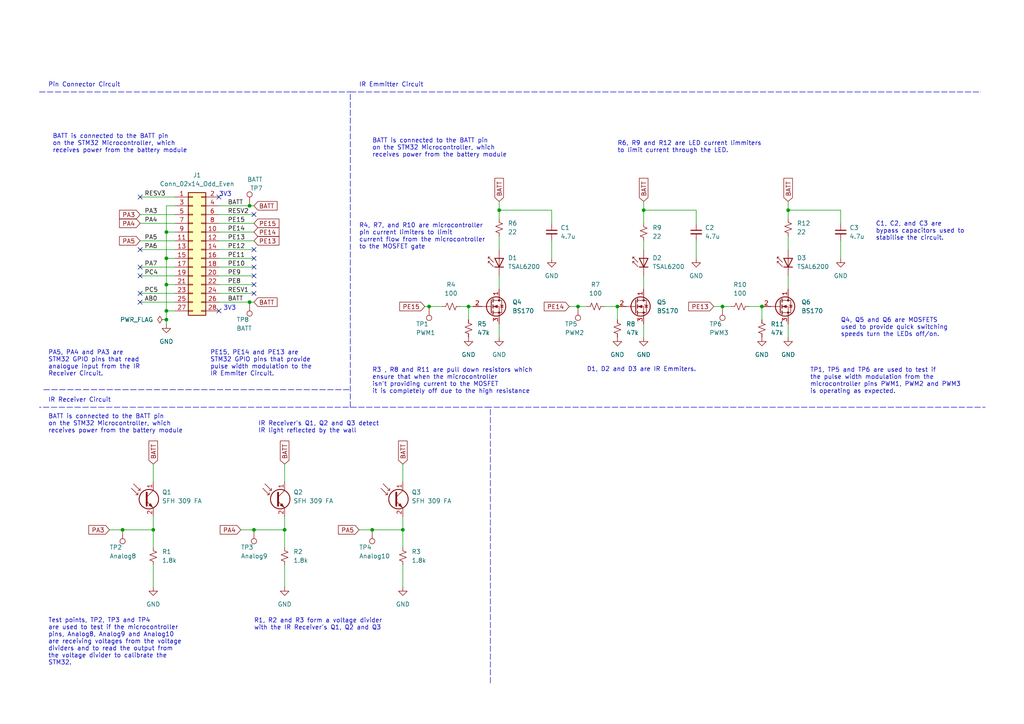
<source format=kicad_sch>
(kicad_sch (version 20211123) (generator eeschema)

  (uuid b3fd3244-92c4-487e-b690-70a30f21cad9)

  (paper "A4")

  (title_block
    (title "Sensing Subsystem")
    (date "2024-03-20")
    (rev "v2.0")
    (comment 3 "MGYANE001")
    (comment 4 "Anesu Mugiya")
  )

  (lib_symbols
    (symbol "Connector:TestPoint" (pin_numbers hide) (pin_names (offset 0.762) hide) (in_bom yes) (on_board yes)
      (property "Reference" "TP" (id 0) (at 0 6.858 0)
        (effects (font (size 1.27 1.27)))
      )
      (property "Value" "TestPoint" (id 1) (at 0 5.08 0)
        (effects (font (size 1.27 1.27)))
      )
      (property "Footprint" "" (id 2) (at 5.08 0 0)
        (effects (font (size 1.27 1.27)) hide)
      )
      (property "Datasheet" "~" (id 3) (at 5.08 0 0)
        (effects (font (size 1.27 1.27)) hide)
      )
      (property "ki_keywords" "test point tp" (id 4) (at 0 0 0)
        (effects (font (size 1.27 1.27)) hide)
      )
      (property "ki_description" "test point" (id 5) (at 0 0 0)
        (effects (font (size 1.27 1.27)) hide)
      )
      (property "ki_fp_filters" "Pin* Test*" (id 6) (at 0 0 0)
        (effects (font (size 1.27 1.27)) hide)
      )
      (symbol "TestPoint_0_1"
        (circle (center 0 3.302) (radius 0.762)
          (stroke (width 0) (type default) (color 0 0 0 0))
          (fill (type none))
        )
      )
      (symbol "TestPoint_1_1"
        (pin passive line (at 0 0 90) (length 2.54)
          (name "1" (effects (font (size 1.27 1.27))))
          (number "1" (effects (font (size 1.27 1.27))))
        )
      )
    )
    (symbol "Connector_Generic:Conn_02x14_Odd_Even" (pin_names (offset 1.016) hide) (in_bom yes) (on_board yes)
      (property "Reference" "J" (id 0) (at 1.27 17.78 0)
        (effects (font (size 1.27 1.27)))
      )
      (property "Value" "Conn_02x14_Odd_Even" (id 1) (at 1.27 -20.32 0)
        (effects (font (size 1.27 1.27)))
      )
      (property "Footprint" "" (id 2) (at 0 0 0)
        (effects (font (size 1.27 1.27)) hide)
      )
      (property "Datasheet" "~" (id 3) (at 0 0 0)
        (effects (font (size 1.27 1.27)) hide)
      )
      (property "ki_keywords" "connector" (id 4) (at 0 0 0)
        (effects (font (size 1.27 1.27)) hide)
      )
      (property "ki_description" "Generic connector, double row, 02x14, odd/even pin numbering scheme (row 1 odd numbers, row 2 even numbers), script generated (kicad-library-utils/schlib/autogen/connector/)" (id 5) (at 0 0 0)
        (effects (font (size 1.27 1.27)) hide)
      )
      (property "ki_fp_filters" "Connector*:*_2x??_*" (id 6) (at 0 0 0)
        (effects (font (size 1.27 1.27)) hide)
      )
      (symbol "Conn_02x14_Odd_Even_1_1"
        (rectangle (start -1.27 -17.653) (end 0 -17.907)
          (stroke (width 0.1524) (type default) (color 0 0 0 0))
          (fill (type none))
        )
        (rectangle (start -1.27 -15.113) (end 0 -15.367)
          (stroke (width 0.1524) (type default) (color 0 0 0 0))
          (fill (type none))
        )
        (rectangle (start -1.27 -12.573) (end 0 -12.827)
          (stroke (width 0.1524) (type default) (color 0 0 0 0))
          (fill (type none))
        )
        (rectangle (start -1.27 -10.033) (end 0 -10.287)
          (stroke (width 0.1524) (type default) (color 0 0 0 0))
          (fill (type none))
        )
        (rectangle (start -1.27 -7.493) (end 0 -7.747)
          (stroke (width 0.1524) (type default) (color 0 0 0 0))
          (fill (type none))
        )
        (rectangle (start -1.27 -4.953) (end 0 -5.207)
          (stroke (width 0.1524) (type default) (color 0 0 0 0))
          (fill (type none))
        )
        (rectangle (start -1.27 -2.413) (end 0 -2.667)
          (stroke (width 0.1524) (type default) (color 0 0 0 0))
          (fill (type none))
        )
        (rectangle (start -1.27 0.127) (end 0 -0.127)
          (stroke (width 0.1524) (type default) (color 0 0 0 0))
          (fill (type none))
        )
        (rectangle (start -1.27 2.667) (end 0 2.413)
          (stroke (width 0.1524) (type default) (color 0 0 0 0))
          (fill (type none))
        )
        (rectangle (start -1.27 5.207) (end 0 4.953)
          (stroke (width 0.1524) (type default) (color 0 0 0 0))
          (fill (type none))
        )
        (rectangle (start -1.27 7.747) (end 0 7.493)
          (stroke (width 0.1524) (type default) (color 0 0 0 0))
          (fill (type none))
        )
        (rectangle (start -1.27 10.287) (end 0 10.033)
          (stroke (width 0.1524) (type default) (color 0 0 0 0))
          (fill (type none))
        )
        (rectangle (start -1.27 12.827) (end 0 12.573)
          (stroke (width 0.1524) (type default) (color 0 0 0 0))
          (fill (type none))
        )
        (rectangle (start -1.27 15.367) (end 0 15.113)
          (stroke (width 0.1524) (type default) (color 0 0 0 0))
          (fill (type none))
        )
        (rectangle (start -1.27 16.51) (end 3.81 -19.05)
          (stroke (width 0.254) (type default) (color 0 0 0 0))
          (fill (type background))
        )
        (rectangle (start 3.81 -17.653) (end 2.54 -17.907)
          (stroke (width 0.1524) (type default) (color 0 0 0 0))
          (fill (type none))
        )
        (rectangle (start 3.81 -15.113) (end 2.54 -15.367)
          (stroke (width 0.1524) (type default) (color 0 0 0 0))
          (fill (type none))
        )
        (rectangle (start 3.81 -12.573) (end 2.54 -12.827)
          (stroke (width 0.1524) (type default) (color 0 0 0 0))
          (fill (type none))
        )
        (rectangle (start 3.81 -10.033) (end 2.54 -10.287)
          (stroke (width 0.1524) (type default) (color 0 0 0 0))
          (fill (type none))
        )
        (rectangle (start 3.81 -7.493) (end 2.54 -7.747)
          (stroke (width 0.1524) (type default) (color 0 0 0 0))
          (fill (type none))
        )
        (rectangle (start 3.81 -4.953) (end 2.54 -5.207)
          (stroke (width 0.1524) (type default) (color 0 0 0 0))
          (fill (type none))
        )
        (rectangle (start 3.81 -2.413) (end 2.54 -2.667)
          (stroke (width 0.1524) (type default) (color 0 0 0 0))
          (fill (type none))
        )
        (rectangle (start 3.81 0.127) (end 2.54 -0.127)
          (stroke (width 0.1524) (type default) (color 0 0 0 0))
          (fill (type none))
        )
        (rectangle (start 3.81 2.667) (end 2.54 2.413)
          (stroke (width 0.1524) (type default) (color 0 0 0 0))
          (fill (type none))
        )
        (rectangle (start 3.81 5.207) (end 2.54 4.953)
          (stroke (width 0.1524) (type default) (color 0 0 0 0))
          (fill (type none))
        )
        (rectangle (start 3.81 7.747) (end 2.54 7.493)
          (stroke (width 0.1524) (type default) (color 0 0 0 0))
          (fill (type none))
        )
        (rectangle (start 3.81 10.287) (end 2.54 10.033)
          (stroke (width 0.1524) (type default) (color 0 0 0 0))
          (fill (type none))
        )
        (rectangle (start 3.81 12.827) (end 2.54 12.573)
          (stroke (width 0.1524) (type default) (color 0 0 0 0))
          (fill (type none))
        )
        (rectangle (start 3.81 15.367) (end 2.54 15.113)
          (stroke (width 0.1524) (type default) (color 0 0 0 0))
          (fill (type none))
        )
        (pin passive line (at -5.08 15.24 0) (length 3.81)
          (name "Pin_1" (effects (font (size 1.27 1.27))))
          (number "1" (effects (font (size 1.27 1.27))))
        )
        (pin passive line (at 7.62 5.08 180) (length 3.81)
          (name "Pin_10" (effects (font (size 1.27 1.27))))
          (number "10" (effects (font (size 1.27 1.27))))
        )
        (pin passive line (at -5.08 2.54 0) (length 3.81)
          (name "Pin_11" (effects (font (size 1.27 1.27))))
          (number "11" (effects (font (size 1.27 1.27))))
        )
        (pin passive line (at 7.62 2.54 180) (length 3.81)
          (name "Pin_12" (effects (font (size 1.27 1.27))))
          (number "12" (effects (font (size 1.27 1.27))))
        )
        (pin passive line (at -5.08 0 0) (length 3.81)
          (name "Pin_13" (effects (font (size 1.27 1.27))))
          (number "13" (effects (font (size 1.27 1.27))))
        )
        (pin passive line (at 7.62 0 180) (length 3.81)
          (name "Pin_14" (effects (font (size 1.27 1.27))))
          (number "14" (effects (font (size 1.27 1.27))))
        )
        (pin passive line (at -5.08 -2.54 0) (length 3.81)
          (name "Pin_15" (effects (font (size 1.27 1.27))))
          (number "15" (effects (font (size 1.27 1.27))))
        )
        (pin passive line (at 7.62 -2.54 180) (length 3.81)
          (name "Pin_16" (effects (font (size 1.27 1.27))))
          (number "16" (effects (font (size 1.27 1.27))))
        )
        (pin passive line (at -5.08 -5.08 0) (length 3.81)
          (name "Pin_17" (effects (font (size 1.27 1.27))))
          (number "17" (effects (font (size 1.27 1.27))))
        )
        (pin passive line (at 7.62 -5.08 180) (length 3.81)
          (name "Pin_18" (effects (font (size 1.27 1.27))))
          (number "18" (effects (font (size 1.27 1.27))))
        )
        (pin passive line (at -5.08 -7.62 0) (length 3.81)
          (name "Pin_19" (effects (font (size 1.27 1.27))))
          (number "19" (effects (font (size 1.27 1.27))))
        )
        (pin passive line (at 7.62 15.24 180) (length 3.81)
          (name "Pin_2" (effects (font (size 1.27 1.27))))
          (number "2" (effects (font (size 1.27 1.27))))
        )
        (pin passive line (at 7.62 -7.62 180) (length 3.81)
          (name "Pin_20" (effects (font (size 1.27 1.27))))
          (number "20" (effects (font (size 1.27 1.27))))
        )
        (pin passive line (at -5.08 -10.16 0) (length 3.81)
          (name "Pin_21" (effects (font (size 1.27 1.27))))
          (number "21" (effects (font (size 1.27 1.27))))
        )
        (pin passive line (at 7.62 -10.16 180) (length 3.81)
          (name "Pin_22" (effects (font (size 1.27 1.27))))
          (number "22" (effects (font (size 1.27 1.27))))
        )
        (pin passive line (at -5.08 -12.7 0) (length 3.81)
          (name "Pin_23" (effects (font (size 1.27 1.27))))
          (number "23" (effects (font (size 1.27 1.27))))
        )
        (pin passive line (at 7.62 -12.7 180) (length 3.81)
          (name "Pin_24" (effects (font (size 1.27 1.27))))
          (number "24" (effects (font (size 1.27 1.27))))
        )
        (pin passive line (at -5.08 -15.24 0) (length 3.81)
          (name "Pin_25" (effects (font (size 1.27 1.27))))
          (number "25" (effects (font (size 1.27 1.27))))
        )
        (pin passive line (at 7.62 -15.24 180) (length 3.81)
          (name "Pin_26" (effects (font (size 1.27 1.27))))
          (number "26" (effects (font (size 1.27 1.27))))
        )
        (pin passive line (at -5.08 -17.78 0) (length 3.81)
          (name "Pin_27" (effects (font (size 1.27 1.27))))
          (number "27" (effects (font (size 1.27 1.27))))
        )
        (pin passive line (at 7.62 -17.78 180) (length 3.81)
          (name "Pin_28" (effects (font (size 1.27 1.27))))
          (number "28" (effects (font (size 1.27 1.27))))
        )
        (pin passive line (at -5.08 12.7 0) (length 3.81)
          (name "Pin_3" (effects (font (size 1.27 1.27))))
          (number "3" (effects (font (size 1.27 1.27))))
        )
        (pin passive line (at 7.62 12.7 180) (length 3.81)
          (name "Pin_4" (effects (font (size 1.27 1.27))))
          (number "4" (effects (font (size 1.27 1.27))))
        )
        (pin passive line (at -5.08 10.16 0) (length 3.81)
          (name "Pin_5" (effects (font (size 1.27 1.27))))
          (number "5" (effects (font (size 1.27 1.27))))
        )
        (pin passive line (at 7.62 10.16 180) (length 3.81)
          (name "Pin_6" (effects (font (size 1.27 1.27))))
          (number "6" (effects (font (size 1.27 1.27))))
        )
        (pin passive line (at -5.08 7.62 0) (length 3.81)
          (name "Pin_7" (effects (font (size 1.27 1.27))))
          (number "7" (effects (font (size 1.27 1.27))))
        )
        (pin passive line (at 7.62 7.62 180) (length 3.81)
          (name "Pin_8" (effects (font (size 1.27 1.27))))
          (number "8" (effects (font (size 1.27 1.27))))
        )
        (pin passive line (at -5.08 5.08 0) (length 3.81)
          (name "Pin_9" (effects (font (size 1.27 1.27))))
          (number "9" (effects (font (size 1.27 1.27))))
        )
      )
    )
    (symbol "Device:C_Small" (pin_numbers hide) (pin_names (offset 0.254) hide) (in_bom yes) (on_board yes)
      (property "Reference" "C" (id 0) (at 0.254 1.778 0)
        (effects (font (size 1.27 1.27)) (justify left))
      )
      (property "Value" "C_Small" (id 1) (at 0.254 -2.032 0)
        (effects (font (size 1.27 1.27)) (justify left))
      )
      (property "Footprint" "" (id 2) (at 0 0 0)
        (effects (font (size 1.27 1.27)) hide)
      )
      (property "Datasheet" "~" (id 3) (at 0 0 0)
        (effects (font (size 1.27 1.27)) hide)
      )
      (property "ki_keywords" "capacitor cap" (id 4) (at 0 0 0)
        (effects (font (size 1.27 1.27)) hide)
      )
      (property "ki_description" "Unpolarized capacitor, small symbol" (id 5) (at 0 0 0)
        (effects (font (size 1.27 1.27)) hide)
      )
      (property "ki_fp_filters" "C_*" (id 6) (at 0 0 0)
        (effects (font (size 1.27 1.27)) hide)
      )
      (symbol "C_Small_0_1"
        (polyline
          (pts
            (xy -1.524 -0.508)
            (xy 1.524 -0.508)
          )
          (stroke (width 0.3302) (type default) (color 0 0 0 0))
          (fill (type none))
        )
        (polyline
          (pts
            (xy -1.524 0.508)
            (xy 1.524 0.508)
          )
          (stroke (width 0.3048) (type default) (color 0 0 0 0))
          (fill (type none))
        )
      )
      (symbol "C_Small_1_1"
        (pin passive line (at 0 2.54 270) (length 2.032)
          (name "~" (effects (font (size 1.27 1.27))))
          (number "1" (effects (font (size 1.27 1.27))))
        )
        (pin passive line (at 0 -2.54 90) (length 2.032)
          (name "~" (effects (font (size 1.27 1.27))))
          (number "2" (effects (font (size 1.27 1.27))))
        )
      )
    )
    (symbol "Device:Q_Photo_NPN" (pin_names (offset 0) hide) (in_bom yes) (on_board yes)
      (property "Reference" "Q" (id 0) (at 5.08 1.27 0)
        (effects (font (size 1.27 1.27)) (justify left))
      )
      (property "Value" "Q_Photo_NPN" (id 1) (at 5.08 -1.27 0)
        (effects (font (size 1.27 1.27)) (justify left))
      )
      (property "Footprint" "" (id 2) (at 5.08 2.54 0)
        (effects (font (size 1.27 1.27)) hide)
      )
      (property "Datasheet" "~" (id 3) (at 0 0 0)
        (effects (font (size 1.27 1.27)) hide)
      )
      (property "ki_keywords" "phototransistor NPN" (id 4) (at 0 0 0)
        (effects (font (size 1.27 1.27)) hide)
      )
      (property "ki_description" "NPN phototransistor, collector/emitter" (id 5) (at 0 0 0)
        (effects (font (size 1.27 1.27)) hide)
      )
      (symbol "Q_Photo_NPN_0_1"
        (polyline
          (pts
            (xy -1.905 1.27)
            (xy -2.54 1.27)
          )
          (stroke (width 0) (type default) (color 0 0 0 0))
          (fill (type none))
        )
        (polyline
          (pts
            (xy -1.27 2.54)
            (xy -1.905 2.54)
          )
          (stroke (width 0) (type default) (color 0 0 0 0))
          (fill (type none))
        )
        (polyline
          (pts
            (xy 0.635 0.635)
            (xy 2.54 2.54)
          )
          (stroke (width 0) (type default) (color 0 0 0 0))
          (fill (type none))
        )
        (polyline
          (pts
            (xy -3.81 3.175)
            (xy -1.905 1.27)
            (xy -1.905 1.905)
          )
          (stroke (width 0) (type default) (color 0 0 0 0))
          (fill (type none))
        )
        (polyline
          (pts
            (xy -3.175 4.445)
            (xy -1.27 2.54)
            (xy -1.27 3.175)
          )
          (stroke (width 0) (type default) (color 0 0 0 0))
          (fill (type none))
        )
        (polyline
          (pts
            (xy 0.635 -0.635)
            (xy 2.54 -2.54)
            (xy 2.54 -2.54)
          )
          (stroke (width 0) (type default) (color 0 0 0 0))
          (fill (type none))
        )
        (polyline
          (pts
            (xy 0.635 1.905)
            (xy 0.635 -1.905)
            (xy 0.635 -1.905)
          )
          (stroke (width 0.508) (type default) (color 0 0 0 0))
          (fill (type none))
        )
        (polyline
          (pts
            (xy 1.27 -1.778)
            (xy 1.778 -1.27)
            (xy 2.286 -2.286)
            (xy 1.27 -1.778)
            (xy 1.27 -1.778)
          )
          (stroke (width 0) (type default) (color 0 0 0 0))
          (fill (type outline))
        )
        (circle (center 1.27 0) (radius 2.8194)
          (stroke (width 0.254) (type default) (color 0 0 0 0))
          (fill (type none))
        )
      )
      (symbol "Q_Photo_NPN_1_1"
        (pin passive line (at 2.54 5.08 270) (length 2.54)
          (name "C" (effects (font (size 1.27 1.27))))
          (number "1" (effects (font (size 1.27 1.27))))
        )
        (pin passive line (at 2.54 -5.08 90) (length 2.54)
          (name "E" (effects (font (size 1.27 1.27))))
          (number "2" (effects (font (size 1.27 1.27))))
        )
      )
    )
    (symbol "Device:R_Small_US" (pin_numbers hide) (pin_names (offset 0.254) hide) (in_bom yes) (on_board yes)
      (property "Reference" "R" (id 0) (at 0.762 0.508 0)
        (effects (font (size 1.27 1.27)) (justify left))
      )
      (property "Value" "R_Small_US" (id 1) (at 0.762 -1.016 0)
        (effects (font (size 1.27 1.27)) (justify left))
      )
      (property "Footprint" "" (id 2) (at 0 0 0)
        (effects (font (size 1.27 1.27)) hide)
      )
      (property "Datasheet" "~" (id 3) (at 0 0 0)
        (effects (font (size 1.27 1.27)) hide)
      )
      (property "ki_keywords" "r resistor" (id 4) (at 0 0 0)
        (effects (font (size 1.27 1.27)) hide)
      )
      (property "ki_description" "Resistor, small US symbol" (id 5) (at 0 0 0)
        (effects (font (size 1.27 1.27)) hide)
      )
      (property "ki_fp_filters" "R_*" (id 6) (at 0 0 0)
        (effects (font (size 1.27 1.27)) hide)
      )
      (symbol "R_Small_US_1_1"
        (polyline
          (pts
            (xy 0 0)
            (xy 1.016 -0.381)
            (xy 0 -0.762)
            (xy -1.016 -1.143)
            (xy 0 -1.524)
          )
          (stroke (width 0) (type default) (color 0 0 0 0))
          (fill (type none))
        )
        (polyline
          (pts
            (xy 0 1.524)
            (xy 1.016 1.143)
            (xy 0 0.762)
            (xy -1.016 0.381)
            (xy 0 0)
          )
          (stroke (width 0) (type default) (color 0 0 0 0))
          (fill (type none))
        )
        (pin passive line (at 0 2.54 270) (length 1.016)
          (name "~" (effects (font (size 1.27 1.27))))
          (number "1" (effects (font (size 1.27 1.27))))
        )
        (pin passive line (at 0 -2.54 90) (length 1.016)
          (name "~" (effects (font (size 1.27 1.27))))
          (number "2" (effects (font (size 1.27 1.27))))
        )
      )
    )
    (symbol "LED:TSAL4400" (pin_numbers hide) (pin_names (offset 1.016) hide) (in_bom yes) (on_board yes)
      (property "Reference" "D" (id 0) (at 0.508 1.778 0)
        (effects (font (size 1.27 1.27)) (justify left))
      )
      (property "Value" "TSAL4400" (id 1) (at -1.016 -2.794 0)
        (effects (font (size 1.27 1.27)))
      )
      (property "Footprint" "LED_THT:LED_D3.0mm_IRBlack" (id 2) (at 0 4.445 0)
        (effects (font (size 1.27 1.27)) hide)
      )
      (property "Datasheet" "http://www.vishay.com/docs/81006/tsal4400.pdf" (id 3) (at -1.27 0 0)
        (effects (font (size 1.27 1.27)) hide)
      )
      (property "ki_keywords" "opto IR LED" (id 4) (at 0 0 0)
        (effects (font (size 1.27 1.27)) hide)
      )
      (property "ki_description" "Infrared LED , 3mm LED package" (id 5) (at 0 0 0)
        (effects (font (size 1.27 1.27)) hide)
      )
      (property "ki_fp_filters" "LED*3.0mm*IRBlack*" (id 6) (at 0 0 0)
        (effects (font (size 1.27 1.27)) hide)
      )
      (symbol "TSAL4400_0_1"
        (polyline
          (pts
            (xy -2.54 1.27)
            (xy -2.54 -1.27)
          )
          (stroke (width 0.254) (type default) (color 0 0 0 0))
          (fill (type none))
        )
        (polyline
          (pts
            (xy 0 0)
            (xy -2.54 0)
          )
          (stroke (width 0) (type default) (color 0 0 0 0))
          (fill (type none))
        )
        (polyline
          (pts
            (xy 0.381 3.175)
            (xy -0.127 3.175)
          )
          (stroke (width 0) (type default) (color 0 0 0 0))
          (fill (type none))
        )
        (polyline
          (pts
            (xy -1.143 1.651)
            (xy 0.381 3.175)
            (xy 0.381 2.667)
          )
          (stroke (width 0) (type default) (color 0 0 0 0))
          (fill (type none))
        )
        (polyline
          (pts
            (xy 0 1.27)
            (xy -2.54 0)
            (xy 0 -1.27)
            (xy 0 1.27)
          )
          (stroke (width 0.254) (type default) (color 0 0 0 0))
          (fill (type none))
        )
        (polyline
          (pts
            (xy -2.413 1.651)
            (xy -0.889 3.175)
            (xy -0.889 2.667)
            (xy -0.889 3.175)
            (xy -1.397 3.175)
          )
          (stroke (width 0) (type default) (color 0 0 0 0))
          (fill (type none))
        )
      )
      (symbol "TSAL4400_1_1"
        (pin passive line (at -5.08 0 0) (length 2.54)
          (name "K" (effects (font (size 1.27 1.27))))
          (number "1" (effects (font (size 1.27 1.27))))
        )
        (pin passive line (at 2.54 0 180) (length 2.54)
          (name "A" (effects (font (size 1.27 1.27))))
          (number "2" (effects (font (size 1.27 1.27))))
        )
      )
    )
    (symbol "Transistor_FET:BS170" (pin_names hide) (in_bom yes) (on_board yes)
      (property "Reference" "Q" (id 0) (at 5.08 1.905 0)
        (effects (font (size 1.27 1.27)) (justify left))
      )
      (property "Value" "BS170" (id 1) (at 5.08 0 0)
        (effects (font (size 1.27 1.27)) (justify left))
      )
      (property "Footprint" "Package_TO_SOT_THT:TO-92_Inline" (id 2) (at 5.08 -1.905 0)
        (effects (font (size 1.27 1.27) italic) (justify left) hide)
      )
      (property "Datasheet" "https://www.onsemi.com/pub/Collateral/BS170-D.PDF" (id 3) (at 0 0 0)
        (effects (font (size 1.27 1.27)) (justify left) hide)
      )
      (property "ki_keywords" "N-Channel MOSFET" (id 4) (at 0 0 0)
        (effects (font (size 1.27 1.27)) hide)
      )
      (property "ki_description" "0.5A Id, 60V Vds, N-Channel MOSFET, TO-92" (id 5) (at 0 0 0)
        (effects (font (size 1.27 1.27)) hide)
      )
      (property "ki_fp_filters" "TO?92*" (id 6) (at 0 0 0)
        (effects (font (size 1.27 1.27)) hide)
      )
      (symbol "BS170_0_1"
        (polyline
          (pts
            (xy 0.254 0)
            (xy -2.54 0)
          )
          (stroke (width 0) (type default) (color 0 0 0 0))
          (fill (type none))
        )
        (polyline
          (pts
            (xy 0.254 1.905)
            (xy 0.254 -1.905)
          )
          (stroke (width 0.254) (type default) (color 0 0 0 0))
          (fill (type none))
        )
        (polyline
          (pts
            (xy 0.762 -1.27)
            (xy 0.762 -2.286)
          )
          (stroke (width 0.254) (type default) (color 0 0 0 0))
          (fill (type none))
        )
        (polyline
          (pts
            (xy 0.762 0.508)
            (xy 0.762 -0.508)
          )
          (stroke (width 0.254) (type default) (color 0 0 0 0))
          (fill (type none))
        )
        (polyline
          (pts
            (xy 0.762 2.286)
            (xy 0.762 1.27)
          )
          (stroke (width 0.254) (type default) (color 0 0 0 0))
          (fill (type none))
        )
        (polyline
          (pts
            (xy 2.54 2.54)
            (xy 2.54 1.778)
          )
          (stroke (width 0) (type default) (color 0 0 0 0))
          (fill (type none))
        )
        (polyline
          (pts
            (xy 2.54 -2.54)
            (xy 2.54 0)
            (xy 0.762 0)
          )
          (stroke (width 0) (type default) (color 0 0 0 0))
          (fill (type none))
        )
        (polyline
          (pts
            (xy 0.762 -1.778)
            (xy 3.302 -1.778)
            (xy 3.302 1.778)
            (xy 0.762 1.778)
          )
          (stroke (width 0) (type default) (color 0 0 0 0))
          (fill (type none))
        )
        (polyline
          (pts
            (xy 1.016 0)
            (xy 2.032 0.381)
            (xy 2.032 -0.381)
            (xy 1.016 0)
          )
          (stroke (width 0) (type default) (color 0 0 0 0))
          (fill (type outline))
        )
        (polyline
          (pts
            (xy 2.794 0.508)
            (xy 2.921 0.381)
            (xy 3.683 0.381)
            (xy 3.81 0.254)
          )
          (stroke (width 0) (type default) (color 0 0 0 0))
          (fill (type none))
        )
        (polyline
          (pts
            (xy 3.302 0.381)
            (xy 2.921 -0.254)
            (xy 3.683 -0.254)
            (xy 3.302 0.381)
          )
          (stroke (width 0) (type default) (color 0 0 0 0))
          (fill (type none))
        )
        (circle (center 1.651 0) (radius 2.794)
          (stroke (width 0.254) (type default) (color 0 0 0 0))
          (fill (type none))
        )
        (circle (center 2.54 -1.778) (radius 0.254)
          (stroke (width 0) (type default) (color 0 0 0 0))
          (fill (type outline))
        )
        (circle (center 2.54 1.778) (radius 0.254)
          (stroke (width 0) (type default) (color 0 0 0 0))
          (fill (type outline))
        )
      )
      (symbol "BS170_1_1"
        (pin passive line (at 2.54 5.08 270) (length 2.54)
          (name "D" (effects (font (size 1.27 1.27))))
          (number "1" (effects (font (size 1.27 1.27))))
        )
        (pin input line (at -5.08 0 0) (length 2.54)
          (name "G" (effects (font (size 1.27 1.27))))
          (number "2" (effects (font (size 1.27 1.27))))
        )
        (pin passive line (at 2.54 -5.08 90) (length 2.54)
          (name "S" (effects (font (size 1.27 1.27))))
          (number "3" (effects (font (size 1.27 1.27))))
        )
      )
    )
    (symbol "power:GND" (power) (pin_names (offset 0)) (in_bom yes) (on_board yes)
      (property "Reference" "#PWR" (id 0) (at 0 -6.35 0)
        (effects (font (size 1.27 1.27)) hide)
      )
      (property "Value" "GND" (id 1) (at 0 -3.81 0)
        (effects (font (size 1.27 1.27)))
      )
      (property "Footprint" "" (id 2) (at 0 0 0)
        (effects (font (size 1.27 1.27)) hide)
      )
      (property "Datasheet" "" (id 3) (at 0 0 0)
        (effects (font (size 1.27 1.27)) hide)
      )
      (property "ki_keywords" "power-flag" (id 4) (at 0 0 0)
        (effects (font (size 1.27 1.27)) hide)
      )
      (property "ki_description" "Power symbol creates a global label with name \"GND\" , ground" (id 5) (at 0 0 0)
        (effects (font (size 1.27 1.27)) hide)
      )
      (symbol "GND_0_1"
        (polyline
          (pts
            (xy 0 0)
            (xy 0 -1.27)
            (xy 1.27 -1.27)
            (xy 0 -2.54)
            (xy -1.27 -1.27)
            (xy 0 -1.27)
          )
          (stroke (width 0) (type default) (color 0 0 0 0))
          (fill (type none))
        )
      )
      (symbol "GND_1_1"
        (pin power_in line (at 0 0 270) (length 0) hide
          (name "GND" (effects (font (size 1.27 1.27))))
          (number "1" (effects (font (size 1.27 1.27))))
        )
      )
    )
    (symbol "power:PWR_FLAG" (power) (pin_numbers hide) (pin_names (offset 0) hide) (in_bom yes) (on_board yes)
      (property "Reference" "#FLG" (id 0) (at 0 1.905 0)
        (effects (font (size 1.27 1.27)) hide)
      )
      (property "Value" "PWR_FLAG" (id 1) (at 0 3.81 0)
        (effects (font (size 1.27 1.27)))
      )
      (property "Footprint" "" (id 2) (at 0 0 0)
        (effects (font (size 1.27 1.27)) hide)
      )
      (property "Datasheet" "~" (id 3) (at 0 0 0)
        (effects (font (size 1.27 1.27)) hide)
      )
      (property "ki_keywords" "power-flag" (id 4) (at 0 0 0)
        (effects (font (size 1.27 1.27)) hide)
      )
      (property "ki_description" "Special symbol for telling ERC where power comes from" (id 5) (at 0 0 0)
        (effects (font (size 1.27 1.27)) hide)
      )
      (symbol "PWR_FLAG_0_0"
        (pin power_out line (at 0 0 90) (length 0)
          (name "pwr" (effects (font (size 1.27 1.27))))
          (number "1" (effects (font (size 1.27 1.27))))
        )
      )
      (symbol "PWR_FLAG_0_1"
        (polyline
          (pts
            (xy 0 0)
            (xy 0 1.27)
            (xy -1.016 1.905)
            (xy 0 2.54)
            (xy 1.016 1.905)
            (xy 0 1.27)
          )
          (stroke (width 0) (type default) (color 0 0 0 0))
          (fill (type none))
        )
      )
    )
  )


  (junction (at 116.84 153.67) (diameter 0) (color 0 0 0 0)
    (uuid 04534caf-92c3-432a-a8cc-40507f7964cc)
  )
  (junction (at 228.6 60.96) (diameter 0) (color 0 0 0 0)
    (uuid 06f6acbb-02be-404a-b7a1-dbd8df63599e)
  )
  (junction (at 144.78 60.96) (diameter 0) (color 0 0 0 0)
    (uuid 1955b3d9-d20a-4541-a06a-056f17131bf5)
  )
  (junction (at 48.26 90.17) (diameter 0) (color 0 0 0 0)
    (uuid 19b57e2a-5fac-49d9-b355-2a572692225b)
  )
  (junction (at 179.07 88.9) (diameter 0) (color 0 0 0 0)
    (uuid 322a9e93-0629-4a5b-ab2c-6c79623c9d97)
  )
  (junction (at 48.26 74.93) (diameter 0) (color 0 0 0 0)
    (uuid 3c90d0e6-cc58-4597-9d57-4902e619b4bf)
  )
  (junction (at 209.55 88.9) (diameter 0) (color 0 0 0 0)
    (uuid 3ce19d1f-64bb-44f2-927f-c344e9883f80)
  )
  (junction (at 220.98 88.9) (diameter 0) (color 0 0 0 0)
    (uuid 40306259-aa91-442a-9686-734a53b40a24)
  )
  (junction (at 72.39 87.63) (diameter 0) (color 0 0 0 0)
    (uuid 51342650-2e7f-4aaa-9bfa-b166e7bf152b)
  )
  (junction (at 35.56 153.67) (diameter 0) (color 0 0 0 0)
    (uuid 8171f8a7-2c22-4708-82a1-df6f6abf3749)
  )
  (junction (at 44.45 153.67) (diameter 0) (color 0 0 0 0)
    (uuid 928c7723-7d5b-4828-aed6-9b74ff3ead55)
  )
  (junction (at 48.26 67.31) (diameter 0) (color 0 0 0 0)
    (uuid 94aa3632-6471-41d5-9320-e08762a6038c)
  )
  (junction (at 186.69 60.96) (diameter 0) (color 0 0 0 0)
    (uuid 9dc4a5c8-0dc2-4708-9b5b-ae98e85b107e)
  )
  (junction (at 135.89 88.9) (diameter 0) (color 0 0 0 0)
    (uuid a3f5a8bf-3da4-4603-b7a6-369970c73f1f)
  )
  (junction (at 167.64 88.9) (diameter 0) (color 0 0 0 0)
    (uuid ad8afa84-75b5-4fb2-a0aa-ee564a0f63d9)
  )
  (junction (at 72.39 59.69) (diameter 0) (color 0 0 0 0)
    (uuid b1aa074d-7435-408a-8a6c-dbb0ea678bbd)
  )
  (junction (at 107.95 153.67) (diameter 0) (color 0 0 0 0)
    (uuid b5315c87-d1ca-4825-bce2-b1e1ff0716e8)
  )
  (junction (at 48.26 82.55) (diameter 0) (color 0 0 0 0)
    (uuid bcd7fc82-b950-468b-855e-6f3ea71746ab)
  )
  (junction (at 82.55 153.67) (diameter 0) (color 0 0 0 0)
    (uuid be7f07d9-ade9-43a6-b946-c34ef7c7466c)
  )
  (junction (at 124.46 88.9) (diameter 0) (color 0 0 0 0)
    (uuid f4e9dcef-19ee-4699-b738-10cdca8aa1fe)
  )
  (junction (at 48.26 92.71) (diameter 0) (color 0 0 0 0)
    (uuid fb0bb665-7823-468b-b183-a653749d645d)
  )
  (junction (at 73.66 153.67) (diameter 0) (color 0 0 0 0)
    (uuid fd5fb9c8-785c-4998-902b-8f244c34e6c5)
  )

  (no_connect (at 63.5 57.15) (uuid 7770d9b2-3cd9-43d9-a3e0-8a222f17546b))
  (no_connect (at 63.5 90.17) (uuid 7770d9b2-3cd9-43d9-a3e0-8a222f17546c))
  (no_connect (at 40.64 80.01) (uuid 8ea833e5-adf1-4913-9065-bbdf10615796))
  (no_connect (at 40.64 77.47) (uuid 8ea833e5-adf1-4913-9065-bbdf10615797))
  (no_connect (at 40.64 72.39) (uuid 8ea833e5-adf1-4913-9065-bbdf10615798))
  (no_connect (at 40.64 57.15) (uuid 8ea833e5-adf1-4913-9065-bbdf10615799))
  (no_connect (at 40.64 85.09) (uuid 8ea833e5-adf1-4913-9065-bbdf1061579a))
  (no_connect (at 73.66 62.23) (uuid 8ea833e5-adf1-4913-9065-bbdf1061579b))
  (no_connect (at 73.66 72.39) (uuid 8ea833e5-adf1-4913-9065-bbdf1061579c))
  (no_connect (at 73.66 80.01) (uuid 8ea833e5-adf1-4913-9065-bbdf1061579d))
  (no_connect (at 73.66 77.47) (uuid 8ea833e5-adf1-4913-9065-bbdf1061579e))
  (no_connect (at 73.66 74.93) (uuid 8ea833e5-adf1-4913-9065-bbdf1061579f))
  (no_connect (at 40.64 87.63) (uuid 8ea833e5-adf1-4913-9065-bbdf106157a0))
  (no_connect (at 73.66 82.55) (uuid 8ea833e5-adf1-4913-9065-bbdf106157a1))
  (no_connect (at 73.66 85.09) (uuid 8ea833e5-adf1-4913-9065-bbdf106157a2))

  (wire (pts (xy 63.5 59.69) (xy 72.39 59.69))
    (stroke (width 0) (type default) (color 0 0 0 0))
    (uuid 00eefca9-6889-4529-ad09-7d34b5207e7c)
  )
  (wire (pts (xy 63.5 80.01) (xy 73.66 80.01))
    (stroke (width 0) (type default) (color 0 0 0 0))
    (uuid 03a6e8ab-8738-4b42-b7e8-b51142b995d1)
  )
  (wire (pts (xy 116.84 134.62) (xy 116.84 139.7))
    (stroke (width 0) (type default) (color 0 0 0 0))
    (uuid 046da0e6-11aa-4c79-96ed-375de63901c0)
  )
  (wire (pts (xy 209.55 88.9) (xy 212.09 88.9))
    (stroke (width 0) (type default) (color 0 0 0 0))
    (uuid 06ffb005-da62-4b9e-8ab4-aa9e28b3e5a2)
  )
  (wire (pts (xy 133.35 88.9) (xy 135.89 88.9))
    (stroke (width 0) (type default) (color 0 0 0 0))
    (uuid 0a15e43d-2d31-41fd-952c-13e224163525)
  )
  (wire (pts (xy 63.5 64.77) (xy 73.66 64.77))
    (stroke (width 0) (type default) (color 0 0 0 0))
    (uuid 0d09fcdd-1ec5-42cf-938c-342b29c1f95d)
  )
  (wire (pts (xy 160.02 69.85) (xy 160.02 74.93))
    (stroke (width 0) (type default) (color 0 0 0 0))
    (uuid 134ef876-3341-46ce-b53c-8bed89a070bf)
  )
  (wire (pts (xy 116.84 153.67) (xy 116.84 158.75))
    (stroke (width 0) (type default) (color 0 0 0 0))
    (uuid 1385dce9-0769-4dcf-81b8-8f2d796ce98d)
  )
  (wire (pts (xy 144.78 80.01) (xy 144.78 83.82))
    (stroke (width 0) (type default) (color 0 0 0 0))
    (uuid 1403f581-6280-417e-8279-e6bdf1dad817)
  )
  (wire (pts (xy 186.69 93.98) (xy 186.69 97.79))
    (stroke (width 0) (type default) (color 0 0 0 0))
    (uuid 16188158-4d3c-4dd7-8edb-988a4b27969e)
  )
  (wire (pts (xy 40.64 80.01) (xy 50.8 80.01))
    (stroke (width 0) (type default) (color 0 0 0 0))
    (uuid 16e99d2b-6af8-4375-8ad9-d81f31d253bb)
  )
  (wire (pts (xy 123.19 88.9) (xy 124.46 88.9))
    (stroke (width 0) (type default) (color 0 0 0 0))
    (uuid 17abccb0-8856-4433-99af-fe239aca086d)
  )
  (wire (pts (xy 48.26 93.98) (xy 48.26 92.71))
    (stroke (width 0) (type default) (color 0 0 0 0))
    (uuid 19610965-7c14-44c0-a174-cf287d89e725)
  )
  (wire (pts (xy 63.5 69.85) (xy 73.66 69.85))
    (stroke (width 0) (type default) (color 0 0 0 0))
    (uuid 2049f99e-605b-4bae-97a5-f3900d175120)
  )
  (wire (pts (xy 243.84 69.85) (xy 243.84 74.93))
    (stroke (width 0) (type default) (color 0 0 0 0))
    (uuid 23101485-422d-460a-8c97-0db12700a48e)
  )
  (wire (pts (xy 228.6 93.98) (xy 228.6 97.79))
    (stroke (width 0) (type default) (color 0 0 0 0))
    (uuid 279c0f79-4854-4d64-a1a7-49bbf86a1327)
  )
  (wire (pts (xy 44.45 153.67) (xy 44.45 158.75))
    (stroke (width 0) (type default) (color 0 0 0 0))
    (uuid 2867bc6e-743b-4d35-84f3-91d97df882b0)
  )
  (wire (pts (xy 201.93 60.96) (xy 201.93 64.77))
    (stroke (width 0) (type default) (color 0 0 0 0))
    (uuid 29ef0dba-69ba-4cd5-8a1b-141750fba81d)
  )
  (wire (pts (xy 40.64 57.15) (xy 50.8 57.15))
    (stroke (width 0) (type default) (color 0 0 0 0))
    (uuid 2b388234-c243-47f0-ad33-31e0c1db62e4)
  )
  (wire (pts (xy 217.17 88.9) (xy 220.98 88.9))
    (stroke (width 0) (type default) (color 0 0 0 0))
    (uuid 2f2268ed-7c41-421a-b1ad-3f0815f4cb3a)
  )
  (wire (pts (xy 228.6 68.58) (xy 228.6 72.39))
    (stroke (width 0) (type default) (color 0 0 0 0))
    (uuid 2f70428a-0876-4c75-a7d3-8daca4287621)
  )
  (wire (pts (xy 44.45 163.83) (xy 44.45 170.18))
    (stroke (width 0) (type default) (color 0 0 0 0))
    (uuid 2fcbb19a-ccb4-4113-afa9-29b2fb8c8640)
  )
  (wire (pts (xy 186.69 80.01) (xy 186.69 83.82))
    (stroke (width 0) (type default) (color 0 0 0 0))
    (uuid 30548101-aa30-49a0-a809-b75bac3924fc)
  )
  (wire (pts (xy 63.5 87.63) (xy 72.39 87.63))
    (stroke (width 0) (type default) (color 0 0 0 0))
    (uuid 3351b990-afed-44a6-9b60-1a858610b250)
  )
  (wire (pts (xy 144.78 68.58) (xy 144.78 72.39))
    (stroke (width 0) (type default) (color 0 0 0 0))
    (uuid 37bf2cbb-3bf8-4bb2-bc9a-2914bdcc6f46)
  )
  (wire (pts (xy 63.5 82.55) (xy 73.66 82.55))
    (stroke (width 0) (type default) (color 0 0 0 0))
    (uuid 3828e439-9e2b-4f45-bfa0-c98d35da48be)
  )
  (wire (pts (xy 165.1 88.9) (xy 167.64 88.9))
    (stroke (width 0) (type default) (color 0 0 0 0))
    (uuid 3b415dc8-d8e4-4d86-b628-316517478dce)
  )
  (wire (pts (xy 48.26 82.55) (xy 50.8 82.55))
    (stroke (width 0) (type default) (color 0 0 0 0))
    (uuid 3d1c1598-3e9f-4b96-bba1-67f42d76e118)
  )
  (wire (pts (xy 144.78 60.96) (xy 160.02 60.96))
    (stroke (width 0) (type default) (color 0 0 0 0))
    (uuid 41e4057e-1c54-48c8-aa74-29a6401e0fee)
  )
  (wire (pts (xy 228.6 60.96) (xy 228.6 63.5))
    (stroke (width 0) (type default) (color 0 0 0 0))
    (uuid 423267f0-0972-4632-8dd8-84a6f8b777c3)
  )
  (wire (pts (xy 243.84 60.96) (xy 243.84 64.77))
    (stroke (width 0) (type default) (color 0 0 0 0))
    (uuid 43946056-db39-4da6-8d3b-f317fdc9f979)
  )
  (wire (pts (xy 124.46 88.9) (xy 128.27 88.9))
    (stroke (width 0) (type default) (color 0 0 0 0))
    (uuid 4b35d1da-15e8-4ecd-ae12-514f40fc4a84)
  )
  (wire (pts (xy 179.07 88.9) (xy 179.07 92.71))
    (stroke (width 0) (type default) (color 0 0 0 0))
    (uuid 55413986-fb4d-4748-9a3d-069390a03f2c)
  )
  (polyline (pts (xy 142.24 118.11) (xy 11.43 118.11))
    (stroke (width 0) (type default) (color 0 0 0 0))
    (uuid 5b2c4d82-e2dd-4d93-a510-c5b03c6061f1)
  )

  (wire (pts (xy 31.75 153.67) (xy 35.56 153.67))
    (stroke (width 0) (type default) (color 0 0 0 0))
    (uuid 61e35d94-7504-4d5f-9a3e-96eea58eca05)
  )
  (wire (pts (xy 186.69 60.96) (xy 201.93 60.96))
    (stroke (width 0) (type default) (color 0 0 0 0))
    (uuid 620ea7c0-8a5b-4684-8012-b62cebe1ba3c)
  )
  (wire (pts (xy 40.64 69.85) (xy 50.8 69.85))
    (stroke (width 0) (type default) (color 0 0 0 0))
    (uuid 691d4ab2-70ad-45a0-8af8-bca9438795a3)
  )
  (wire (pts (xy 48.26 82.55) (xy 48.26 90.17))
    (stroke (width 0) (type default) (color 0 0 0 0))
    (uuid 6db03734-7012-4904-8b6f-1c933d90bfcc)
  )
  (wire (pts (xy 116.84 149.86) (xy 116.84 153.67))
    (stroke (width 0) (type default) (color 0 0 0 0))
    (uuid 7085e3dc-f128-4002-a773-3fce17c809e5)
  )
  (wire (pts (xy 48.26 92.71) (xy 48.26 90.17))
    (stroke (width 0) (type default) (color 0 0 0 0))
    (uuid 70a9555f-f1e0-448a-921f-744a2b908f76)
  )
  (polyline (pts (xy 142.24 198.12) (xy 142.24 118.11))
    (stroke (width 0) (type default) (color 0 0 0 0))
    (uuid 70e1f0b4-3e77-4ab6-b372-50651e1c377f)
  )
  (polyline (pts (xy 11.43 26.67) (xy 101.6 26.67))
    (stroke (width 0) (type default) (color 0 0 0 0))
    (uuid 713aedfa-322f-4361-98a9-34d26721a8bf)
  )
  (polyline (pts (xy 12.7 113.03) (xy 101.6 113.03))
    (stroke (width 0) (type default) (color 0 0 0 0))
    (uuid 7611ae83-9d03-43a2-8872-1bc9a447508b)
  )

  (wire (pts (xy 72.39 59.69) (xy 73.66 59.69))
    (stroke (width 0) (type default) (color 0 0 0 0))
    (uuid 7776452f-1135-4971-b5d7-7a74c880f0c2)
  )
  (wire (pts (xy 144.78 60.96) (xy 144.78 58.42))
    (stroke (width 0) (type default) (color 0 0 0 0))
    (uuid 7da550c4-263c-4dab-a85f-e750c2d89ff7)
  )
  (wire (pts (xy 135.89 88.9) (xy 135.89 92.71))
    (stroke (width 0) (type default) (color 0 0 0 0))
    (uuid 7e8f325e-e843-40ff-92ad-471566e6be3b)
  )
  (wire (pts (xy 73.66 153.67) (xy 82.55 153.67))
    (stroke (width 0) (type default) (color 0 0 0 0))
    (uuid 7f9e0470-393c-4a90-bf03-96ad5f705f4d)
  )
  (wire (pts (xy 135.89 88.9) (xy 137.16 88.9))
    (stroke (width 0) (type default) (color 0 0 0 0))
    (uuid 802ad296-91ae-4501-96f7-af6989399168)
  )
  (wire (pts (xy 35.56 153.67) (xy 44.45 153.67))
    (stroke (width 0) (type default) (color 0 0 0 0))
    (uuid 831d1a23-ae23-41f0-899e-a2de0514fa5a)
  )
  (wire (pts (xy 48.26 90.17) (xy 50.8 90.17))
    (stroke (width 0) (type default) (color 0 0 0 0))
    (uuid 83ecfcf0-de70-49e3-a62b-49a4cfe8922b)
  )
  (wire (pts (xy 107.95 153.67) (xy 116.84 153.67))
    (stroke (width 0) (type default) (color 0 0 0 0))
    (uuid 842b1c1c-eb60-4092-b900-e8e7940a6aa2)
  )
  (polyline (pts (xy 101.6 118.11) (xy 101.6 26.67))
    (stroke (width 0) (type default) (color 0 0 0 0))
    (uuid 87d4a28a-922b-4040-be9c-5e77bd26f369)
  )

  (wire (pts (xy 40.64 77.47) (xy 50.8 77.47))
    (stroke (width 0) (type default) (color 0 0 0 0))
    (uuid 8838df73-3dcc-4603-95aa-fd7ed8291632)
  )
  (wire (pts (xy 48.26 59.69) (xy 50.8 59.69))
    (stroke (width 0) (type default) (color 0 0 0 0))
    (uuid 8b36664b-1cdf-40c5-b482-c26b9a18eb1a)
  )
  (wire (pts (xy 186.69 58.42) (xy 186.69 60.96))
    (stroke (width 0) (type default) (color 0 0 0 0))
    (uuid 91481d19-b62a-42d1-b170-b92e1639fa7d)
  )
  (wire (pts (xy 44.45 149.86) (xy 44.45 153.67))
    (stroke (width 0) (type default) (color 0 0 0 0))
    (uuid 94166af7-b9f9-4707-8e59-d62e4a85eff8)
  )
  (wire (pts (xy 40.64 62.23) (xy 50.8 62.23))
    (stroke (width 0) (type default) (color 0 0 0 0))
    (uuid 95cb2ad1-e66f-4d1f-b2e2-411d869c74b9)
  )
  (wire (pts (xy 104.14 153.67) (xy 107.95 153.67))
    (stroke (width 0) (type default) (color 0 0 0 0))
    (uuid 9aceb7ee-8c82-4598-8cf1-34da40b1fc9e)
  )
  (wire (pts (xy 160.02 60.96) (xy 160.02 64.77))
    (stroke (width 0) (type default) (color 0 0 0 0))
    (uuid 9d5924b0-6593-4799-a246-1532b11c8965)
  )
  (wire (pts (xy 82.55 149.86) (xy 82.55 153.67))
    (stroke (width 0) (type default) (color 0 0 0 0))
    (uuid 9da93918-7b20-4375-8bf8-4d6abf4607cd)
  )
  (wire (pts (xy 175.26 88.9) (xy 179.07 88.9))
    (stroke (width 0) (type default) (color 0 0 0 0))
    (uuid 9f484870-ab7d-4883-b18e-abad90694f85)
  )
  (wire (pts (xy 186.69 69.85) (xy 186.69 72.39))
    (stroke (width 0) (type default) (color 0 0 0 0))
    (uuid 9f6c1eb9-043e-4f64-8f54-9e3021b02849)
  )
  (wire (pts (xy 207.01 88.9) (xy 209.55 88.9))
    (stroke (width 0) (type default) (color 0 0 0 0))
    (uuid 9fab89c2-c22d-456e-b3ae-8b08a200c915)
  )
  (wire (pts (xy 48.26 67.31) (xy 48.26 74.93))
    (stroke (width 0) (type default) (color 0 0 0 0))
    (uuid a0c6745b-7cde-46e3-a2eb-d9551f6d4ad9)
  )
  (wire (pts (xy 63.5 67.31) (xy 73.66 67.31))
    (stroke (width 0) (type default) (color 0 0 0 0))
    (uuid a19dc071-81e4-40d5-a737-33ee0cb68abf)
  )
  (wire (pts (xy 40.64 72.39) (xy 50.8 72.39))
    (stroke (width 0) (type default) (color 0 0 0 0))
    (uuid a1a57c1a-df73-49cb-995a-7bfb92eb0c1c)
  )
  (wire (pts (xy 69.85 153.67) (xy 73.66 153.67))
    (stroke (width 0) (type default) (color 0 0 0 0))
    (uuid a88b4eb2-1bb8-4de5-a962-67b6c32300f0)
  )
  (wire (pts (xy 82.55 153.67) (xy 82.55 158.75))
    (stroke (width 0) (type default) (color 0 0 0 0))
    (uuid b6faa702-6a3e-411d-9e97-40deb1747ecc)
  )
  (wire (pts (xy 228.6 80.01) (xy 228.6 83.82))
    (stroke (width 0) (type default) (color 0 0 0 0))
    (uuid b7342779-34bf-4a95-9b0f-0c2d4cf2d0bd)
  )
  (wire (pts (xy 167.64 88.9) (xy 170.18 88.9))
    (stroke (width 0) (type default) (color 0 0 0 0))
    (uuid bd267898-abd1-45cf-b145-5de2eb989000)
  )
  (wire (pts (xy 40.64 85.09) (xy 50.8 85.09))
    (stroke (width 0) (type default) (color 0 0 0 0))
    (uuid bf8d8a61-f41d-4747-9267-2a8f5330518a)
  )
  (wire (pts (xy 40.64 87.63) (xy 50.8 87.63))
    (stroke (width 0) (type default) (color 0 0 0 0))
    (uuid bfe316cd-499e-4471-bfad-45497cb16565)
  )
  (wire (pts (xy 63.5 85.09) (xy 73.66 85.09))
    (stroke (width 0) (type default) (color 0 0 0 0))
    (uuid c08bdc32-f709-4352-a81e-d179b10e2691)
  )
  (wire (pts (xy 116.84 163.83) (xy 116.84 170.18))
    (stroke (width 0) (type default) (color 0 0 0 0))
    (uuid c2e80ba6-7002-433b-9036-9a05fad13204)
  )
  (polyline (pts (xy 140.97 118.11) (xy 285.75 118.11))
    (stroke (width 0) (type default) (color 0 0 0 0))
    (uuid c4f802b8-3f44-4701-916e-8d08030b7a57)
  )

  (wire (pts (xy 82.55 163.83) (xy 82.55 170.18))
    (stroke (width 0) (type default) (color 0 0 0 0))
    (uuid c61f22c9-5942-4a34-a697-b91ae29c5e24)
  )
  (wire (pts (xy 48.26 74.93) (xy 50.8 74.93))
    (stroke (width 0) (type default) (color 0 0 0 0))
    (uuid ca633b15-e7a5-49de-878e-97b4d81c19d6)
  )
  (polyline (pts (xy 101.6 26.67) (xy 284.48 26.67))
    (stroke (width 0) (type default) (color 0 0 0 0))
    (uuid cc410303-7865-4379-8592-11f83b60aca0)
  )

  (wire (pts (xy 63.5 72.39) (xy 73.66 72.39))
    (stroke (width 0) (type default) (color 0 0 0 0))
    (uuid d0edf8df-0b18-4870-ad3f-5c92a0050fed)
  )
  (wire (pts (xy 228.6 60.96) (xy 243.84 60.96))
    (stroke (width 0) (type default) (color 0 0 0 0))
    (uuid d12f73df-638d-4f0a-8430-4fbaa4481a6a)
  )
  (wire (pts (xy 144.78 63.5) (xy 144.78 60.96))
    (stroke (width 0) (type default) (color 0 0 0 0))
    (uuid d47227bc-12a2-4d0e-abf0-168cb45e95af)
  )
  (wire (pts (xy 186.69 60.96) (xy 186.69 64.77))
    (stroke (width 0) (type default) (color 0 0 0 0))
    (uuid d6a7eabe-912b-415d-ad72-8dea2f1ed493)
  )
  (wire (pts (xy 201.93 69.85) (xy 201.93 74.93))
    (stroke (width 0) (type default) (color 0 0 0 0))
    (uuid d71389e7-5b09-497b-a507-3fd95fe4029d)
  )
  (wire (pts (xy 63.5 74.93) (xy 73.66 74.93))
    (stroke (width 0) (type default) (color 0 0 0 0))
    (uuid dbb30ee2-c689-4c59-ace3-79b8a120f3ba)
  )
  (wire (pts (xy 144.78 93.98) (xy 144.78 97.79))
    (stroke (width 0) (type default) (color 0 0 0 0))
    (uuid e2731f9d-fa61-433e-876f-548d05a8ec68)
  )
  (wire (pts (xy 48.26 59.69) (xy 48.26 67.31))
    (stroke (width 0) (type default) (color 0 0 0 0))
    (uuid e591fc0f-da3c-4c8a-b7b6-537be2ae9bef)
  )
  (wire (pts (xy 44.45 134.62) (xy 44.45 139.7))
    (stroke (width 0) (type default) (color 0 0 0 0))
    (uuid ea2caf93-5237-423a-ba3a-bc7e2a454258)
  )
  (wire (pts (xy 220.98 88.9) (xy 220.98 92.71))
    (stroke (width 0) (type default) (color 0 0 0 0))
    (uuid eb96b21f-de51-44b2-8ae0-6df7261ffbf6)
  )
  (wire (pts (xy 40.64 64.77) (xy 50.8 64.77))
    (stroke (width 0) (type default) (color 0 0 0 0))
    (uuid f0c28093-f4e7-4252-8fe1-063a5729666b)
  )
  (wire (pts (xy 48.26 67.31) (xy 50.8 67.31))
    (stroke (width 0) (type default) (color 0 0 0 0))
    (uuid f1c23622-eedd-42da-9c86-143553fd239d)
  )
  (wire (pts (xy 228.6 58.42) (xy 228.6 60.96))
    (stroke (width 0) (type default) (color 0 0 0 0))
    (uuid f37c4a7b-4280-4fc1-a728-ea47619f8dcc)
  )
  (wire (pts (xy 63.5 77.47) (xy 73.66 77.47))
    (stroke (width 0) (type default) (color 0 0 0 0))
    (uuid f4ef0892-3623-49c9-a966-5b2e27ff6cd5)
  )
  (wire (pts (xy 63.5 62.23) (xy 73.66 62.23))
    (stroke (width 0) (type default) (color 0 0 0 0))
    (uuid f6c1ae4d-1987-4763-83e1-f0d566e7d35a)
  )
  (wire (pts (xy 82.55 134.62) (xy 82.55 139.7))
    (stroke (width 0) (type default) (color 0 0 0 0))
    (uuid fa438414-48ee-4da0-9ab6-db9f86c36a5c)
  )
  (wire (pts (xy 72.39 87.63) (xy 73.66 87.63))
    (stroke (width 0) (type default) (color 0 0 0 0))
    (uuid fb458549-3b3b-4da7-bfc7-f45d8ebe2a74)
  )
  (wire (pts (xy 48.26 74.93) (xy 48.26 82.55))
    (stroke (width 0) (type default) (color 0 0 0 0))
    (uuid fee9fe44-11b2-421f-9c59-54f59b1e62da)
  )

  (text "R3 , R8 and R11 are pull down resistors which \nensure that when the microcontroller\nisn't providing current to the MOSFET\nit is completely off due to the high resistance"
    (at 107.95 114.3 0)
    (effects (font (size 1.27 1.27)) (justify left bottom))
    (uuid 03784d1e-3614-4f9c-88c6-ca158a344cc7)
  )
  (text "IR Emmitter Circuit" (at 104.14 25.4 0)
    (effects (font (size 1.27 1.27)) (justify left bottom))
    (uuid 0f8e6a5d-4aa7-4157-8aa1-9b5896a94afa)
  )
  (text "C1, C2, and C3 are \nbypass capacitors used to\nstabilise the circuit."
    (at 254 69.85 0)
    (effects (font (size 1.27 1.27)) (justify left bottom))
    (uuid 1cc24cd9-feeb-4825-add6-97fa64b8b6b0)
  )
  (text "PE15, PE14 and PE13 are\nSTM32 GPIO pins that provide\npulse width modulation to the\nIR Emmiter Circuit."
    (at 60.96 109.22 0)
    (effects (font (size 1.27 1.27)) (justify left bottom))
    (uuid 21194eb1-4e79-4586-9ed1-c8686c5a46b1)
  )
  (text "3V3" (at 64.77 90.17 0)
    (effects (font (size 1.27 1.27)) (justify left bottom))
    (uuid 21bc152f-aa88-4d34-a8bb-151246c80900)
  )
  (text "R6, R9 and R12 are LED current limmiters\nto limit current through the LED."
    (at 179.07 44.45 0)
    (effects (font (size 1.27 1.27)) (justify left bottom))
    (uuid 2b65457d-0f21-41fa-9958-dce136d29c0d)
  )
  (text "TP1, TP5 and TP6 are used to test if\nthe pulse width modulation from the\nmicrocontroller pins PWM1, PWM2 and PWM3 \nis operating as expected."
    (at 234.95 114.3 0)
    (effects (font (size 1.27 1.27)) (justify left bottom))
    (uuid 33a1556f-164f-4c44-bde7-2cf3855988ea)
  )
  (text "BATT is connected to the BATT pin\non the STM32 Microcontroller, which\nreceives power from the battery module"
    (at 107.95 45.72 0)
    (effects (font (size 1.27 1.27)) (justify left bottom))
    (uuid 45edbcef-41af-462a-bf07-b5f433f69724)
  )
  (text "Test points, TP2, TP3 and TP4\nare used to test if the microcontroller\npins, Analog8, Analog9 and Analog10\nare receiving voltages from the voltage \ndividers and to read the output from \nthe voltage divider to calibrate the \nSTM32."
    (at 13.97 193.04 0)
    (effects (font (size 1.27 1.27)) (justify left bottom))
    (uuid 5345ea93-9dff-4808-b974-d3577cbe9f07)
  )
  (text "Pin Connector Circuit" (at 13.97 25.4 0)
    (effects (font (size 1.27 1.27)) (justify left bottom))
    (uuid 689d0645-9f8c-4236-9fad-ae732b2803e1)
  )
  (text "PA5, PA4 and PA3 are\nSTM32 GPIO pins that read \nanalogue input from the IR\nReceiver Circuit."
    (at 13.97 109.22 0)
    (effects (font (size 1.27 1.27)) (justify left bottom))
    (uuid 7f79fc01-c78e-47e5-a4ec-6a765bac17c0)
  )
  (text "3V3" (at 63.5 57.15 0)
    (effects (font (size 1.27 1.27)) (justify left bottom))
    (uuid 9ff391e6-3b07-426d-80b1-43625407e7dc)
  )
  (text "BATT is connected to the BATT pin\non the STM32 Microcontroller, which\nreceives power from the battery module"
    (at 13.97 125.73 0)
    (effects (font (size 1.27 1.27)) (justify left bottom))
    (uuid accca7af-4750-49a0-874f-5e1891f703cc)
  )
  (text "IR Receiver's Q1, Q2 and Q3 detect\nIR light reflected by the wall"
    (at 74.93 125.73 0)
    (effects (font (size 1.27 1.27)) (justify left bottom))
    (uuid bc03e90a-66ba-4abc-a11d-7a85be557217)
  )
  (text "D1, D2 and D3 are IR Emmiters." (at 170.18 107.95 0)
    (effects (font (size 1.27 1.27)) (justify left bottom))
    (uuid dfec830f-e786-4517-8d5b-df75644da187)
  )
  (text "IR Receiver Circuit" (at 13.97 116.84 0)
    (effects (font (size 1.27 1.27)) (justify left bottom))
    (uuid e6c7f730-fa66-4b35-87b8-d2db49ab42d7)
  )
  (text "Q4, Q5 and Q6 are MOSFETS\nused to provide quick switching\nspeeds turn the LEDs off/on."
    (at 243.84 97.79 0)
    (effects (font (size 1.27 1.27)) (justify left bottom))
    (uuid e8c2f9d5-2d26-4844-947e-ad61162cbbce)
  )
  (text "R4, R7, and R10 are microcontroller\npin current limiters to limit \ncurrent flow from the microcontroller \nto the MOSFET gate"
    (at 104.14 72.39 0)
    (effects (font (size 1.27 1.27)) (justify left bottom))
    (uuid eea39784-cd98-4cb5-a38e-57bfa0fbf89c)
  )
  (text "R1, R2 and R3 form a voltage divider\nwith the IR Receiver's Q1, Q2 and Q3"
    (at 73.66 182.88 0)
    (effects (font (size 1.27 1.27)) (justify left bottom))
    (uuid f561d62c-c7bc-4415-aba5-44066b5514ad)
  )
  (text "BATT is connected to the BATT pin\non the STM32 Microcontroller, which\nreceives power from the battery module"
    (at 15.24 44.45 0)
    (effects (font (size 1.27 1.27)) (justify left bottom))
    (uuid f65fbb2f-097f-4ffa-af26-002ca3e9e166)
  )

  (label "BATT" (at 66.04 87.63 0)
    (effects (font (size 1.27 1.27)) (justify left bottom))
    (uuid 00931afa-dda1-4d78-8815-c09d27e58396)
  )
  (label "PE9" (at 66.04 80.01 0)
    (effects (font (size 1.27 1.27)) (justify left bottom))
    (uuid 0cd57df0-057b-404d-8f5e-9d07fdb8c107)
  )
  (label "PC5" (at 41.91 85.09 0)
    (effects (font (size 1.27 1.27)) (justify left bottom))
    (uuid 13737154-69d2-49c3-a0ce-bb3b2a22737d)
  )
  (label "PE10" (at 66.04 77.47 0)
    (effects (font (size 1.27 1.27)) (justify left bottom))
    (uuid 1e41f10b-b574-4ac6-8aa0-4793198f1002)
  )
  (label "RESV1" (at 66.04 85.09 0)
    (effects (font (size 1.27 1.27)) (justify left bottom))
    (uuid 2220aa94-57ad-429a-a071-770af901abb4)
  )
  (label "PE14" (at 66.04 67.31 0)
    (effects (font (size 1.27 1.27)) (justify left bottom))
    (uuid 2b4bafdf-21e0-4e3c-9823-3c7320fafd1b)
  )
  (label "PA5" (at 41.91 69.85 0)
    (effects (font (size 1.27 1.27)) (justify left bottom))
    (uuid 2deddd1b-237a-437b-837b-9033905e2675)
  )
  (label "PE13" (at 66.04 69.85 0)
    (effects (font (size 1.27 1.27)) (justify left bottom))
    (uuid 491b1f34-d260-4e7c-aa9a-2609639f1608)
  )
  (label "RESV2" (at 66.04 62.23 0)
    (effects (font (size 1.27 1.27)) (justify left bottom))
    (uuid 4f3716ef-6934-4fe3-836b-0ed569f7e887)
  )
  (label "AB0" (at 41.91 87.63 0)
    (effects (font (size 1.27 1.27)) (justify left bottom))
    (uuid 518e6aac-7aeb-44cd-8b1b-3d80b614d65d)
  )
  (label "PA7" (at 41.91 77.47 0)
    (effects (font (size 1.27 1.27)) (justify left bottom))
    (uuid 5df232fa-ded3-4e4b-88e5-3376bd1e37c8)
  )
  (label "PA4" (at 41.91 64.77 0)
    (effects (font (size 1.27 1.27)) (justify left bottom))
    (uuid 6207a15f-65ec-4b5f-bd48-bfb044b66cb1)
  )
  (label "PE8" (at 66.04 82.55 0)
    (effects (font (size 1.27 1.27)) (justify left bottom))
    (uuid 64a278fd-f617-465b-85b1-7684087092db)
  )
  (label "PE12" (at 66.04 72.39 0)
    (effects (font (size 1.27 1.27)) (justify left bottom))
    (uuid 6975a4c1-5ec0-44f8-8a6f-33f39aa97843)
  )
  (label "PA3" (at 41.91 62.23 0)
    (effects (font (size 1.27 1.27)) (justify left bottom))
    (uuid 6aeb02e1-4dcd-46c3-9f1e-613c890e4eff)
  )
  (label "PE11" (at 66.04 74.93 0)
    (effects (font (size 1.27 1.27)) (justify left bottom))
    (uuid 9ca7a5c4-2293-4cdf-9ac5-971b17e28f8b)
  )
  (label "PC4" (at 41.91 80.01 0)
    (effects (font (size 1.27 1.27)) (justify left bottom))
    (uuid 9e055a9d-2541-4563-9094-de19c50f0579)
  )
  (label "RESV3" (at 41.91 57.15 0)
    (effects (font (size 1.27 1.27)) (justify left bottom))
    (uuid a19dc3ff-ae53-4d71-bdc3-2a5f54862ce8)
  )
  (label "PA6" (at 41.91 72.39 0)
    (effects (font (size 1.27 1.27)) (justify left bottom))
    (uuid b28be07e-cee9-4070-be69-151e9db1779e)
  )
  (label "PE15" (at 66.04 64.77 0)
    (effects (font (size 1.27 1.27)) (justify left bottom))
    (uuid d22708a2-e5ec-4a18-a3cf-6630b75f343e)
  )
  (label "BATT" (at 66.04 59.69 0)
    (effects (font (size 1.27 1.27)) (justify left bottom))
    (uuid e5d02b4c-c2d4-44f5-81ac-b6a4fc78e3ab)
  )

  (global_label "BATT" (shape input) (at 116.84 134.62 90) (fields_autoplaced)
    (effects (font (size 1.27 1.27)) (justify left))
    (uuid 12f02c70-b561-4b7a-a30e-14c2bbfb5601)
    (property "Intersheet References" "${INTERSHEET_REFS}" (id 0) (at 116.7606 127.9131 90)
      (effects (font (size 1.27 1.27)) (justify left) hide)
    )
  )
  (global_label "BATT" (shape input) (at 73.66 87.63 0) (fields_autoplaced)
    (effects (font (size 1.27 1.27)) (justify left))
    (uuid 1d1c97ad-d1a0-439f-8270-b55e061a7bb9)
    (property "Intersheet References" "${INTERSHEET_REFS}" (id 0) (at 80.3669 87.5506 0)
      (effects (font (size 1.27 1.27)) (justify left) hide)
    )
  )
  (global_label "PE14" (shape input) (at 73.66 67.31 0) (fields_autoplaced)
    (effects (font (size 1.27 1.27)) (justify left))
    (uuid 1e45acde-02b0-49fd-98b8-1fa85c5642a9)
    (property "Intersheet References" "${INTERSHEET_REFS}" (id 0) (at 80.9112 67.2306 0)
      (effects (font (size 1.27 1.27)) (justify left) hide)
    )
  )
  (global_label "PE13" (shape input) (at 73.66 69.85 0) (fields_autoplaced)
    (effects (font (size 1.27 1.27)) (justify left))
    (uuid 422385de-6010-4bdb-93fd-279a0b4f7ac2)
    (property "Intersheet References" "${INTERSHEET_REFS}" (id 0) (at 80.9112 69.7706 0)
      (effects (font (size 1.27 1.27)) (justify left) hide)
    )
  )
  (global_label "PA5" (shape input) (at 40.64 69.85 180) (fields_autoplaced)
    (effects (font (size 1.27 1.27)) (justify right))
    (uuid 49f24b07-694e-4834-a532-5bbf2f109236)
    (property "Intersheet References" "${INTERSHEET_REFS}" (id 0) (at 34.6588 69.7706 0)
      (effects (font (size 1.27 1.27)) (justify right) hide)
    )
  )
  (global_label "BATT" (shape input) (at 186.69 58.42 90) (fields_autoplaced)
    (effects (font (size 1.27 1.27)) (justify left))
    (uuid 4b453346-0eee-4666-bc9f-003673e6e255)
    (property "Intersheet References" "${INTERSHEET_REFS}" (id 0) (at 186.6106 51.7131 90)
      (effects (font (size 1.27 1.27)) (justify left) hide)
    )
  )
  (global_label "BATT" (shape input) (at 73.66 59.69 0) (fields_autoplaced)
    (effects (font (size 1.27 1.27)) (justify left))
    (uuid 4d5a873b-bb0f-41dd-bdc0-0c640557a527)
    (property "Intersheet References" "${INTERSHEET_REFS}" (id 0) (at 80.3669 59.6106 0)
      (effects (font (size 1.27 1.27)) (justify left) hide)
    )
  )
  (global_label "BATT" (shape input) (at 44.45 134.62 90) (fields_autoplaced)
    (effects (font (size 1.27 1.27)) (justify left))
    (uuid 5506e59b-ac5f-4f9c-87c0-3e677d25e686)
    (property "Intersheet References" "${INTERSHEET_REFS}" (id 0) (at 44.3706 127.9131 90)
      (effects (font (size 1.27 1.27)) (justify left) hide)
    )
  )
  (global_label "PA4" (shape input) (at 40.64 64.77 180) (fields_autoplaced)
    (effects (font (size 1.27 1.27)) (justify right))
    (uuid 5d391e9d-ffd1-43c4-bb7e-92e123cf4618)
    (property "Intersheet References" "${INTERSHEET_REFS}" (id 0) (at 34.6588 64.6906 0)
      (effects (font (size 1.27 1.27)) (justify right) hide)
    )
  )
  (global_label "PE14" (shape input) (at 165.1 88.9 180) (fields_autoplaced)
    (effects (font (size 1.27 1.27)) (justify right))
    (uuid 6bd04496-0707-4c0b-90ce-da6d66871f03)
    (property "Intersheet References" "${INTERSHEET_REFS}" (id 0) (at 157.8488 88.8206 0)
      (effects (font (size 1.27 1.27)) (justify right) hide)
    )
  )
  (global_label "PA5" (shape input) (at 104.14 153.67 180) (fields_autoplaced)
    (effects (font (size 1.27 1.27)) (justify right))
    (uuid 9472e195-7834-4eca-a04a-2e9969486472)
    (property "Intersheet References" "${INTERSHEET_REFS}" (id 0) (at 98.1588 153.5906 0)
      (effects (font (size 1.27 1.27)) (justify right) hide)
    )
  )
  (global_label "PA3" (shape input) (at 40.64 62.23 180) (fields_autoplaced)
    (effects (font (size 1.27 1.27)) (justify right))
    (uuid 98592567-71df-4458-97c6-a92de4e95951)
    (property "Intersheet References" "${INTERSHEET_REFS}" (id 0) (at 34.6588 62.1506 0)
      (effects (font (size 1.27 1.27)) (justify right) hide)
    )
  )
  (global_label "PE13" (shape input) (at 207.01 88.9 180) (fields_autoplaced)
    (effects (font (size 1.27 1.27)) (justify right))
    (uuid aa61102a-cb97-4ce9-9206-5a130ed008a4)
    (property "Intersheet References" "${INTERSHEET_REFS}" (id 0) (at 199.7588 88.8206 0)
      (effects (font (size 1.27 1.27)) (justify right) hide)
    )
  )
  (global_label "PE15" (shape input) (at 73.66 64.77 0) (fields_autoplaced)
    (effects (font (size 1.27 1.27)) (justify left))
    (uuid bb32598e-04f4-40cd-ab09-6bbfa8bf4829)
    (property "Intersheet References" "${INTERSHEET_REFS}" (id 0) (at 80.9112 64.6906 0)
      (effects (font (size 1.27 1.27)) (justify left) hide)
    )
  )
  (global_label "PA3" (shape input) (at 31.75 153.67 180) (fields_autoplaced)
    (effects (font (size 1.27 1.27)) (justify right))
    (uuid c8f3beff-7635-4a26-93c5-ad4d206f11ff)
    (property "Intersheet References" "${INTERSHEET_REFS}" (id 0) (at 25.7688 153.5906 0)
      (effects (font (size 1.27 1.27)) (justify right) hide)
    )
  )
  (global_label "BATT" (shape input) (at 82.55 134.62 90) (fields_autoplaced)
    (effects (font (size 1.27 1.27)) (justify left))
    (uuid d363aab1-65f1-4d34-8f71-036744a8e160)
    (property "Intersheet References" "${INTERSHEET_REFS}" (id 0) (at 82.4706 127.9131 90)
      (effects (font (size 1.27 1.27)) (justify left) hide)
    )
  )
  (global_label "BATT" (shape input) (at 144.78 58.42 90) (fields_autoplaced)
    (effects (font (size 1.27 1.27)) (justify left))
    (uuid db4c6e81-9b0c-4f5e-82ab-7230d428ded1)
    (property "Intersheet References" "${INTERSHEET_REFS}" (id 0) (at 144.7006 51.7131 90)
      (effects (font (size 1.27 1.27)) (justify left) hide)
    )
  )
  (global_label "PA4" (shape input) (at 69.85 153.67 180) (fields_autoplaced)
    (effects (font (size 1.27 1.27)) (justify right))
    (uuid dc65e39d-cfb0-48a4-b068-aa90a7ce81ab)
    (property "Intersheet References" "${INTERSHEET_REFS}" (id 0) (at 63.8688 153.5906 0)
      (effects (font (size 1.27 1.27)) (justify right) hide)
    )
  )
  (global_label "PE15" (shape input) (at 123.19 88.9 180) (fields_autoplaced)
    (effects (font (size 1.27 1.27)) (justify right))
    (uuid e36bcb1b-779a-4283-99e0-c446965ce58b)
    (property "Intersheet References" "${INTERSHEET_REFS}" (id 0) (at 115.9388 88.8206 0)
      (effects (font (size 1.27 1.27)) (justify right) hide)
    )
  )
  (global_label "BATT" (shape input) (at 228.6 58.42 90) (fields_autoplaced)
    (effects (font (size 1.27 1.27)) (justify left))
    (uuid ef74ef99-6dbd-447b-8a05-814bcca17b9d)
    (property "Intersheet References" "${INTERSHEET_REFS}" (id 0) (at 228.5206 51.7131 90)
      (effects (font (size 1.27 1.27)) (justify left) hide)
    )
  )

  (symbol (lib_id "Device:R_Small_US") (at 220.98 95.25 180) (unit 1)
    (in_bom yes) (on_board yes) (fields_autoplaced)
    (uuid 03934e6e-b13a-4d45-8e07-7179e18435e0)
    (property "Reference" "R11" (id 0) (at 223.52 93.9799 0)
      (effects (font (size 1.27 1.27)) (justify right))
    )
    (property "Value" "47k" (id 1) (at 223.52 96.5199 0)
      (effects (font (size 1.27 1.27)) (justify right))
    )
    (property "Footprint" "Resistor_SMD:R_0603_1608Metric" (id 2) (at 220.98 95.25 0)
      (effects (font (size 1.27 1.27)) hide)
    )
    (property "Datasheet" "~" (id 3) (at 220.98 95.25 0)
      (effects (font (size 1.27 1.27)) hide)
    )
    (pin "1" (uuid 2cd44f9f-d387-430a-82c1-e045ebb65b66))
    (pin "2" (uuid 5408c46e-fb44-411a-b50a-40a4af8bc0fd))
  )

  (symbol (lib_id "Connector:TestPoint") (at 107.95 153.67 180) (unit 1)
    (in_bom yes) (on_board yes)
    (uuid 041e2e80-3df6-40dd-aa6f-2a967934d510)
    (property "Reference" "TP4" (id 0) (at 104.14 158.75 0)
      (effects (font (size 1.27 1.27)) (justify right))
    )
    (property "Value" "Analog10" (id 1) (at 104.14 161.29 0)
      (effects (font (size 1.27 1.27)) (justify right))
    )
    (property "Footprint" "TestPoint:TestPoint_THTPad_D1.0mm_Drill0.5mm" (id 2) (at 102.87 153.67 0)
      (effects (font (size 1.27 1.27)) hide)
    )
    (property "Datasheet" "~" (id 3) (at 102.87 153.67 0)
      (effects (font (size 1.27 1.27)) hide)
    )
    (pin "1" (uuid bb9befc1-0294-4a23-9e1f-b57d0231c9bf))
  )

  (symbol (lib_id "Device:Q_Photo_NPN") (at 114.3 144.78 0) (unit 1)
    (in_bom yes) (on_board yes) (fields_autoplaced)
    (uuid 04b8c305-0043-4a56-a17d-db8ef415b5f5)
    (property "Reference" "Q3" (id 0) (at 119.38 142.7606 0)
      (effects (font (size 1.27 1.27)) (justify left))
    )
    (property "Value" "SFH 309 FA" (id 1) (at 119.38 145.3006 0)
      (effects (font (size 1.27 1.27)) (justify left))
    )
    (property "Footprint" "LED_THT:LED_D3.0mm_Horizontal_O1.27mm_Z10.0mm" (id 2) (at 119.38 142.24 0)
      (effects (font (size 1.27 1.27)) hide)
    )
    (property "Datasheet" "~" (id 3) (at 114.3 144.78 0)
      (effects (font (size 1.27 1.27)) hide)
    )
    (pin "1" (uuid 92fd0b75-12f1-4e17-8b0a-e7db6513fff1))
    (pin "2" (uuid 5a419a35-2811-41eb-b074-8e62aa998d6b))
  )

  (symbol (lib_id "power:GND") (at 186.69 97.79 0) (unit 1)
    (in_bom yes) (on_board yes) (fields_autoplaced)
    (uuid 07de490f-5539-4238-8d93-6e3ebccfe68f)
    (property "Reference" "#PWR015" (id 0) (at 186.69 104.14 0)
      (effects (font (size 1.27 1.27)) hide)
    )
    (property "Value" "GND" (id 1) (at 186.69 102.87 0))
    (property "Footprint" "" (id 2) (at 186.69 97.79 0)
      (effects (font (size 1.27 1.27)) hide)
    )
    (property "Datasheet" "" (id 3) (at 186.69 97.79 0)
      (effects (font (size 1.27 1.27)) hide)
    )
    (pin "1" (uuid 28bdfa35-a6a4-47c5-af18-1b24fd54fc34))
  )

  (symbol (lib_id "power:GND") (at 116.84 170.18 0) (unit 1)
    (in_bom yes) (on_board yes) (fields_autoplaced)
    (uuid 0880fc41-930b-4a4b-9c9e-dd6536c79b66)
    (property "Reference" "#PWR09" (id 0) (at 116.84 176.53 0)
      (effects (font (size 1.27 1.27)) hide)
    )
    (property "Value" "GND" (id 1) (at 116.84 175.26 0))
    (property "Footprint" "" (id 2) (at 116.84 170.18 0)
      (effects (font (size 1.27 1.27)) hide)
    )
    (property "Datasheet" "" (id 3) (at 116.84 170.18 0)
      (effects (font (size 1.27 1.27)) hide)
    )
    (pin "1" (uuid 3895fe84-3432-486c-bce2-a4f6dbb675a3))
  )

  (symbol (lib_id "power:GND") (at 82.55 170.18 0) (unit 1)
    (in_bom yes) (on_board yes) (fields_autoplaced)
    (uuid 09c33a3a-d92b-46a8-933e-1d96aee68d85)
    (property "Reference" "#PWR05" (id 0) (at 82.55 176.53 0)
      (effects (font (size 1.27 1.27)) hide)
    )
    (property "Value" "GND" (id 1) (at 82.55 175.26 0))
    (property "Footprint" "" (id 2) (at 82.55 170.18 0)
      (effects (font (size 1.27 1.27)) hide)
    )
    (property "Datasheet" "" (id 3) (at 82.55 170.18 0)
      (effects (font (size 1.27 1.27)) hide)
    )
    (pin "1" (uuid 8e88d35c-0722-445c-a81f-0ff6c309c45a))
  )

  (symbol (lib_id "Connector:TestPoint") (at 209.55 88.9 180) (unit 1)
    (in_bom yes) (on_board yes)
    (uuid 0a9ae36e-1954-4dc2-a6ba-fe1737735396)
    (property "Reference" "TP6" (id 0) (at 205.74 93.98 0)
      (effects (font (size 1.27 1.27)) (justify right))
    )
    (property "Value" "PWM3" (id 1) (at 205.74 96.52 0)
      (effects (font (size 1.27 1.27)) (justify right))
    )
    (property "Footprint" "TestPoint:TestPoint_THTPad_D1.0mm_Drill0.5mm" (id 2) (at 204.47 88.9 0)
      (effects (font (size 1.27 1.27)) hide)
    )
    (property "Datasheet" "~" (id 3) (at 204.47 88.9 0)
      (effects (font (size 1.27 1.27)) hide)
    )
    (pin "1" (uuid cb22a29d-54ef-4d7c-b327-ae25fbf485ba))
  )

  (symbol (lib_id "Device:C_Small") (at 201.93 67.31 0) (unit 1)
    (in_bom yes) (on_board yes) (fields_autoplaced)
    (uuid 0bbf1889-43e4-4d62-bab4-bbe9914c5e1e)
    (property "Reference" "C2" (id 0) (at 204.47 66.0462 0)
      (effects (font (size 1.27 1.27)) (justify left))
    )
    (property "Value" "4.7u" (id 1) (at 204.47 68.5862 0)
      (effects (font (size 1.27 1.27)) (justify left))
    )
    (property "Footprint" "Capacitor_SMD:C_0805_2012Metric" (id 2) (at 201.93 67.31 0)
      (effects (font (size 1.27 1.27)) hide)
    )
    (property "Datasheet" "~" (id 3) (at 201.93 67.31 0)
      (effects (font (size 1.27 1.27)) hide)
    )
    (pin "1" (uuid c4fe6f3b-1916-4d67-851b-7ca206994d7c))
    (pin "2" (uuid 18382643-7941-4af3-89d0-f4f0d82e211d))
  )

  (symbol (lib_id "Device:R_Small_US") (at 228.6 66.04 0) (unit 1)
    (in_bom yes) (on_board yes) (fields_autoplaced)
    (uuid 11874653-1999-44f5-84a7-e6581726ff32)
    (property "Reference" "R12" (id 0) (at 231.14 64.7699 0)
      (effects (font (size 1.27 1.27)) (justify left))
    )
    (property "Value" "22" (id 1) (at 231.14 67.3099 0)
      (effects (font (size 1.27 1.27)) (justify left))
    )
    (property "Footprint" "Resistor_SMD:R_0603_1608Metric" (id 2) (at 228.6 66.04 0)
      (effects (font (size 1.27 1.27)) hide)
    )
    (property "Datasheet" "~" (id 3) (at 228.6 66.04 0)
      (effects (font (size 1.27 1.27)) hide)
    )
    (pin "1" (uuid c33c36c0-d11e-4d29-9eca-9b9f84d83e5f))
    (pin "2" (uuid 8f593ece-7003-4f6e-a9eb-a2f5ff261b11))
  )

  (symbol (lib_id "Connector:TestPoint") (at 73.66 153.67 180) (unit 1)
    (in_bom yes) (on_board yes)
    (uuid 1eb0b272-504c-44b5-a63e-d8d537592ca1)
    (property "Reference" "TP3" (id 0) (at 69.85 158.75 0)
      (effects (font (size 1.27 1.27)) (justify right))
    )
    (property "Value" "Analog9" (id 1) (at 69.85 161.29 0)
      (effects (font (size 1.27 1.27)) (justify right))
    )
    (property "Footprint" "TestPoint:TestPoint_THTPad_D1.0mm_Drill0.5mm" (id 2) (at 68.58 153.67 0)
      (effects (font (size 1.27 1.27)) hide)
    )
    (property "Datasheet" "~" (id 3) (at 68.58 153.67 0)
      (effects (font (size 1.27 1.27)) hide)
    )
    (pin "1" (uuid cf370069-9c34-4df5-b045-16d7c94a4db6))
  )

  (symbol (lib_id "Device:R_Small_US") (at 186.69 67.31 0) (unit 1)
    (in_bom yes) (on_board yes) (fields_autoplaced)
    (uuid 20ad51de-ba57-4cfd-a27b-768dc62e2a92)
    (property "Reference" "R9" (id 0) (at 189.23 66.0399 0)
      (effects (font (size 1.27 1.27)) (justify left))
    )
    (property "Value" "22" (id 1) (at 189.23 68.5799 0)
      (effects (font (size 1.27 1.27)) (justify left))
    )
    (property "Footprint" "Resistor_SMD:R_0603_1608Metric" (id 2) (at 186.69 67.31 0)
      (effects (font (size 1.27 1.27)) hide)
    )
    (property "Datasheet" "~" (id 3) (at 186.69 67.31 0)
      (effects (font (size 1.27 1.27)) hide)
    )
    (pin "1" (uuid 53838e51-90f3-41f6-b129-2a51597f0f64))
    (pin "2" (uuid 5a5b1499-b506-4959-9f31-8f3964db154a))
  )

  (symbol (lib_id "power:GND") (at 201.93 74.93 0) (unit 1)
    (in_bom yes) (on_board yes) (fields_autoplaced)
    (uuid 22707e61-98a7-4872-94a7-483504f07a1d)
    (property "Reference" "#PWR020" (id 0) (at 201.93 81.28 0)
      (effects (font (size 1.27 1.27)) hide)
    )
    (property "Value" "GND" (id 1) (at 201.93 80.01 0))
    (property "Footprint" "" (id 2) (at 201.93 74.93 0)
      (effects (font (size 1.27 1.27)) hide)
    )
    (property "Datasheet" "" (id 3) (at 201.93 74.93 0)
      (effects (font (size 1.27 1.27)) hide)
    )
    (pin "1" (uuid bb79f4e8-cd6a-43e0-9529-15906adabea5))
  )

  (symbol (lib_id "LED:TSAL4400") (at 144.78 74.93 90) (unit 1)
    (in_bom yes) (on_board yes) (fields_autoplaced)
    (uuid 33bcc631-e651-49a1-83ca-22f204666991)
    (property "Reference" "D1" (id 0) (at 147.32 74.8029 90)
      (effects (font (size 1.27 1.27)) (justify right))
    )
    (property "Value" "TSAL6200" (id 1) (at 147.32 77.3429 90)
      (effects (font (size 1.27 1.27)) (justify right))
    )
    (property "Footprint" "LED_THT:LED_D5.0mm_Horizontal_O1.27mm_Z15.0mm" (id 2) (at 140.335 74.93 0)
      (effects (font (size 1.27 1.27)) hide)
    )
    (property "Datasheet" "https://www.vishay.com/docs/81010/tsal6200.pdf" (id 3) (at 144.78 76.2 0)
      (effects (font (size 1.27 1.27)) hide)
    )
    (pin "1" (uuid 58ad7c26-a90e-4339-84f0-231f478ab9a3))
    (pin "2" (uuid 27d9328b-a0a0-46e7-9bdb-6d44d98d731d))
  )

  (symbol (lib_id "power:GND") (at 228.6 97.79 0) (unit 1)
    (in_bom yes) (on_board yes) (fields_autoplaced)
    (uuid 377cde8e-63f9-4729-8287-02b587bb6ec7)
    (property "Reference" "#PWR018" (id 0) (at 228.6 104.14 0)
      (effects (font (size 1.27 1.27)) hide)
    )
    (property "Value" "GND" (id 1) (at 228.6 102.87 0))
    (property "Footprint" "" (id 2) (at 228.6 97.79 0)
      (effects (font (size 1.27 1.27)) hide)
    )
    (property "Datasheet" "" (id 3) (at 228.6 97.79 0)
      (effects (font (size 1.27 1.27)) hide)
    )
    (pin "1" (uuid 8c4bf8ea-c621-4a24-9780-72c4a6c1d3dc))
  )

  (symbol (lib_id "Device:C_Small") (at 160.02 67.31 0) (unit 1)
    (in_bom yes) (on_board yes) (fields_autoplaced)
    (uuid 39b85339-7061-4ca3-956e-9ad918f8d795)
    (property "Reference" "C1" (id 0) (at 162.56 66.0462 0)
      (effects (font (size 1.27 1.27)) (justify left))
    )
    (property "Value" "4.7u" (id 1) (at 162.56 68.5862 0)
      (effects (font (size 1.27 1.27)) (justify left))
    )
    (property "Footprint" "Capacitor_SMD:C_0805_2012Metric" (id 2) (at 160.02 67.31 0)
      (effects (font (size 1.27 1.27)) hide)
    )
    (property "Datasheet" "~" (id 3) (at 160.02 67.31 0)
      (effects (font (size 1.27 1.27)) hide)
    )
    (pin "1" (uuid 245f62a3-dee3-41fb-8a61-bdda29265cc2))
    (pin "2" (uuid 4fe7f8e9-3447-4f7b-9efd-930f377ac2ae))
  )

  (symbol (lib_id "Device:R_Small_US") (at 116.84 161.29 0) (unit 1)
    (in_bom yes) (on_board yes) (fields_autoplaced)
    (uuid 3ab790be-188c-4e31-89ea-3a2dfdb7cb7a)
    (property "Reference" "R3" (id 0) (at 119.38 160.0199 0)
      (effects (font (size 1.27 1.27)) (justify left))
    )
    (property "Value" "1.8k" (id 1) (at 119.38 162.5599 0)
      (effects (font (size 1.27 1.27)) (justify left))
    )
    (property "Footprint" "Resistor_SMD:R_0603_1608Metric" (id 2) (at 116.84 161.29 0)
      (effects (font (size 1.27 1.27)) hide)
    )
    (property "Datasheet" "~" (id 3) (at 116.84 161.29 0)
      (effects (font (size 1.27 1.27)) hide)
    )
    (pin "1" (uuid 53c6f596-9a74-49ac-9726-f7ca74c09839))
    (pin "2" (uuid 5eedbda1-c96f-40d2-8f0c-cb7dda82dd3b))
  )

  (symbol (lib_id "power:GND") (at 144.78 97.79 0) (unit 1)
    (in_bom yes) (on_board yes) (fields_autoplaced)
    (uuid 3fc1eff1-ed96-45f6-a3af-9c1297e20e8e)
    (property "Reference" "#PWR012" (id 0) (at 144.78 104.14 0)
      (effects (font (size 1.27 1.27)) hide)
    )
    (property "Value" "GND" (id 1) (at 144.78 102.87 0))
    (property "Footprint" "" (id 2) (at 144.78 97.79 0)
      (effects (font (size 1.27 1.27)) hide)
    )
    (property "Datasheet" "" (id 3) (at 144.78 97.79 0)
      (effects (font (size 1.27 1.27)) hide)
    )
    (pin "1" (uuid d5465e8a-cd09-41a4-b741-e93bc17ac850))
  )

  (symbol (lib_id "Connector:TestPoint") (at 72.39 87.63 180) (unit 1)
    (in_bom yes) (on_board yes)
    (uuid 42bcdb04-5a83-4ac4-9c89-e5150e1c8065)
    (property "Reference" "TP8" (id 0) (at 68.58 92.71 0)
      (effects (font (size 1.27 1.27)) (justify right))
    )
    (property "Value" "BATT" (id 1) (at 68.58 95.25 0)
      (effects (font (size 1.27 1.27)) (justify right))
    )
    (property "Footprint" "TestPoint:TestPoint_THTPad_D1.0mm_Drill0.5mm" (id 2) (at 67.31 87.63 0)
      (effects (font (size 1.27 1.27)) hide)
    )
    (property "Datasheet" "~" (id 3) (at 67.31 87.63 0)
      (effects (font (size 1.27 1.27)) hide)
    )
    (pin "1" (uuid 3e96ac8f-ce7d-48b0-8b9b-4dff3b1374fb))
  )

  (symbol (lib_id "Connector:TestPoint") (at 72.39 59.69 0) (unit 1)
    (in_bom yes) (on_board yes)
    (uuid 4efb7f7a-9ba6-4f75-a4c6-6d353da1585c)
    (property "Reference" "TP7" (id 0) (at 76.2 54.61 0)
      (effects (font (size 1.27 1.27)) (justify right))
    )
    (property "Value" "BATT" (id 1) (at 76.2 52.07 0)
      (effects (font (size 1.27 1.27)) (justify right))
    )
    (property "Footprint" "TestPoint:TestPoint_THTPad_D1.0mm_Drill0.5mm" (id 2) (at 77.47 59.69 0)
      (effects (font (size 1.27 1.27)) hide)
    )
    (property "Datasheet" "~" (id 3) (at 77.47 59.69 0)
      (effects (font (size 1.27 1.27)) hide)
    )
    (pin "1" (uuid 38a21b03-5acf-4b75-8d26-0e1a8c0a4502))
  )

  (symbol (lib_id "LED:TSAL4400") (at 186.69 74.93 90) (unit 1)
    (in_bom yes) (on_board yes) (fields_autoplaced)
    (uuid 51ce2ccb-a51a-4da8-a502-9b2d517c67c8)
    (property "Reference" "D2" (id 0) (at 189.23 74.8029 90)
      (effects (font (size 1.27 1.27)) (justify right))
    )
    (property "Value" "TSAL6200" (id 1) (at 189.23 77.3429 90)
      (effects (font (size 1.27 1.27)) (justify right))
    )
    (property "Footprint" "LED_THT:LED_D5.0mm_Horizontal_O1.27mm_Z15.0mm" (id 2) (at 182.245 74.93 0)
      (effects (font (size 1.27 1.27)) hide)
    )
    (property "Datasheet" "https://www.vishay.com/docs/81010/tsal6200.pdf" (id 3) (at 186.69 76.2 0)
      (effects (font (size 1.27 1.27)) hide)
    )
    (pin "1" (uuid 502fc528-bea3-4739-91f4-af6d3ad97e07))
    (pin "2" (uuid 1048a8a3-35df-4b83-ac9b-f66b4e54405b))
  )

  (symbol (lib_id "Device:R_Small_US") (at 214.63 88.9 90) (unit 1)
    (in_bom yes) (on_board yes) (fields_autoplaced)
    (uuid 55bfcf68-2d70-44af-92e1-c432c7b46e18)
    (property "Reference" "R10" (id 0) (at 214.63 82.55 90))
    (property "Value" "100" (id 1) (at 214.63 85.09 90))
    (property "Footprint" "Resistor_SMD:R_0603_1608Metric" (id 2) (at 214.63 88.9 0)
      (effects (font (size 1.27 1.27)) hide)
    )
    (property "Datasheet" "~" (id 3) (at 214.63 88.9 0)
      (effects (font (size 1.27 1.27)) hide)
    )
    (pin "1" (uuid f0a205e0-ecd2-417d-a883-1ba5535efc8a))
    (pin "2" (uuid ec5bd994-f0a1-4f70-9f01-085cd1be7174))
  )

  (symbol (lib_id "Connector:TestPoint") (at 35.56 153.67 180) (unit 1)
    (in_bom yes) (on_board yes)
    (uuid 57589254-b1b8-43dd-bf0b-904090ee648a)
    (property "Reference" "TP2" (id 0) (at 31.75 158.75 0)
      (effects (font (size 1.27 1.27)) (justify right))
    )
    (property "Value" "Analog8" (id 1) (at 31.75 161.29 0)
      (effects (font (size 1.27 1.27)) (justify right))
    )
    (property "Footprint" "TestPoint:TestPoint_THTPad_D1.0mm_Drill0.5mm" (id 2) (at 30.48 153.67 0)
      (effects (font (size 1.27 1.27)) hide)
    )
    (property "Datasheet" "~" (id 3) (at 30.48 153.67 0)
      (effects (font (size 1.27 1.27)) hide)
    )
    (pin "1" (uuid e91cc950-1cd5-4f37-847d-4c931fbc5fa9))
  )

  (symbol (lib_id "Device:R_Small_US") (at 144.78 66.04 0) (unit 1)
    (in_bom yes) (on_board yes) (fields_autoplaced)
    (uuid 590e6451-5f9f-4b81-aa1e-46fbc17bdec1)
    (property "Reference" "R6" (id 0) (at 147.32 64.7699 0)
      (effects (font (size 1.27 1.27)) (justify left))
    )
    (property "Value" "22" (id 1) (at 147.32 67.3099 0)
      (effects (font (size 1.27 1.27)) (justify left))
    )
    (property "Footprint" "Resistor_SMD:R_0603_1608Metric" (id 2) (at 144.78 66.04 0)
      (effects (font (size 1.27 1.27)) hide)
    )
    (property "Datasheet" "~" (id 3) (at 144.78 66.04 0)
      (effects (font (size 1.27 1.27)) hide)
    )
    (pin "1" (uuid 26af7363-8cfc-493f-bddc-2e679fc4e4d0))
    (pin "2" (uuid 7054c6fd-b4a9-4dcf-bd48-af17b102c1c7))
  )

  (symbol (lib_id "power:GND") (at 179.07 97.79 0) (unit 1)
    (in_bom yes) (on_board yes) (fields_autoplaced)
    (uuid 59cd6378-9488-47ec-b5f6-7ba824b85296)
    (property "Reference" "#PWR013" (id 0) (at 179.07 104.14 0)
      (effects (font (size 1.27 1.27)) hide)
    )
    (property "Value" "GND" (id 1) (at 179.07 102.87 0))
    (property "Footprint" "" (id 2) (at 179.07 97.79 0)
      (effects (font (size 1.27 1.27)) hide)
    )
    (property "Datasheet" "" (id 3) (at 179.07 97.79 0)
      (effects (font (size 1.27 1.27)) hide)
    )
    (pin "1" (uuid d09e6d1a-6df8-49f4-a405-26928c847a07))
  )

  (symbol (lib_id "LED:TSAL4400") (at 228.6 74.93 90) (unit 1)
    (in_bom yes) (on_board yes) (fields_autoplaced)
    (uuid 5b0f4941-9256-42f2-87c2-86ad135957bd)
    (property "Reference" "D3" (id 0) (at 231.14 74.8029 90)
      (effects (font (size 1.27 1.27)) (justify right))
    )
    (property "Value" "TSAL6200" (id 1) (at 231.14 77.3429 90)
      (effects (font (size 1.27 1.27)) (justify right))
    )
    (property "Footprint" "LED_THT:LED_D5.0mm_Horizontal_O1.27mm_Z15.0mm" (id 2) (at 224.155 74.93 0)
      (effects (font (size 1.27 1.27)) hide)
    )
    (property "Datasheet" "https://www.vishay.com/docs/81010/tsal6200.pdf" (id 3) (at 228.6 76.2 0)
      (effects (font (size 1.27 1.27)) hide)
    )
    (pin "1" (uuid bc83fcdc-5dc1-45fc-ad9d-d1f828d62ee2))
    (pin "2" (uuid aa655eae-1f26-41ef-9b96-78c9ef51187c))
  )

  (symbol (lib_id "Transistor_FET:BS170") (at 184.15 88.9 0) (unit 1)
    (in_bom yes) (on_board yes) (fields_autoplaced)
    (uuid 5e3b5353-c277-4ac7-8036-cfbc6cf2255a)
    (property "Reference" "Q5" (id 0) (at 190.5 87.6299 0)
      (effects (font (size 1.27 1.27)) (justify left))
    )
    (property "Value" "BS170" (id 1) (at 190.5 90.1699 0)
      (effects (font (size 1.27 1.27)) (justify left))
    )
    (property "Footprint" "Package_TO_SOT_THT:TO-92_Inline" (id 2) (at 189.23 90.805 0)
      (effects (font (size 1.27 1.27) italic) (justify left) hide)
    )
    (property "Datasheet" "https://www.onsemi.com/pub/Collateral/BS170-D.PDF" (id 3) (at 184.15 88.9 0)
      (effects (font (size 1.27 1.27)) (justify left) hide)
    )
    (pin "1" (uuid b2fa2943-0753-4cff-a8e3-f5b9a8f4ee28))
    (pin "2" (uuid fd69f80e-1b94-4bc1-be53-aae8ef4e34e7))
    (pin "3" (uuid 271b14c9-044e-4997-8caf-269e0cc972cf))
  )

  (symbol (lib_id "Connector_Generic:Conn_02x14_Odd_Even") (at 55.88 72.39 0) (unit 1)
    (in_bom yes) (on_board yes) (fields_autoplaced)
    (uuid 619aee56-2d50-4fe1-a121-3b3861fa7a72)
    (property "Reference" "J1" (id 0) (at 57.15 50.8 0))
    (property "Value" "Conn_02x14_Odd_Even" (id 1) (at 57.15 53.34 0))
    (property "Footprint" "Connector_PinHeader_2.54mm:PinHeader_2x14_P2.54mm_Vertical" (id 2) (at 55.88 72.39 0)
      (effects (font (size 1.27 1.27)) hide)
    )
    (property "Datasheet" "~" (id 3) (at 55.88 72.39 0)
      (effects (font (size 1.27 1.27)) hide)
    )
    (pin "1" (uuid 61251e1b-036d-46fa-ab74-64a05ea913d7))
    (pin "10" (uuid 73a340e6-23bf-40e2-81ec-b2e42c4f46bc))
    (pin "11" (uuid 8ac74612-31bb-4f28-8814-5f6c26f36850))
    (pin "12" (uuid 7c9e5758-5d1b-405e-9f99-a3fa54b997d9))
    (pin "13" (uuid 59ba2a48-5d09-492b-9209-8733121f0c4a))
    (pin "14" (uuid 36f24079-869c-438c-9023-4867f3c1529a))
    (pin "15" (uuid 36201812-04cd-409d-9c41-bc104e93c0c4))
    (pin "16" (uuid eee1ce2c-c983-46b1-a3b1-032f8cc275a3))
    (pin "17" (uuid afe5e7f8-b4c1-414c-9d60-248de5fd1df5))
    (pin "18" (uuid 4475451d-652c-4c84-850f-d78968825e57))
    (pin "19" (uuid e6135ce0-6e18-4669-a7a2-05115d9fa564))
    (pin "2" (uuid 2a2e2a22-d86f-433d-90dc-b2775522fad8))
    (pin "20" (uuid 5d55cbf0-9299-47c9-9703-8ee21dcc23da))
    (pin "21" (uuid 0d39f041-a829-4439-a870-17dca6799c98))
    (pin "22" (uuid 633ceaa8-0d90-4a7a-93fd-07baafe1713e))
    (pin "23" (uuid 4502b2e0-7c67-44df-9468-3f78272f349f))
    (pin "24" (uuid decf8a4a-8f04-4954-b915-e746b0b88955))
    (pin "25" (uuid ad128f30-5c11-42b7-bf46-6db823e7a430))
    (pin "26" (uuid 6398cdfe-0f51-44d5-aa3c-db243afdeedd))
    (pin "27" (uuid 41a16330-7f00-444a-9753-de4117c9a9a3))
    (pin "28" (uuid fa589968-a751-4735-a5e3-a17e450484e1))
    (pin "3" (uuid 42073faa-b2e6-4868-a9f9-6049462d18bd))
    (pin "4" (uuid 929b61aa-1825-435c-8231-3b722b4b7e46))
    (pin "5" (uuid 6a8d05ec-7605-43a4-bae3-0d4bb6e548f3))
    (pin "6" (uuid ecf06152-234e-4fc8-ad95-ede6cfb3e882))
    (pin "7" (uuid 140b0b46-c137-48f5-b96a-b68d13907eb1))
    (pin "8" (uuid f382a66f-96d8-4a33-8c03-5ea870801b97))
    (pin "9" (uuid e183dd77-6e07-4f9c-8c1c-3d72d77808a2))
  )

  (symbol (lib_id "Device:R_Small_US") (at 44.45 161.29 0) (unit 1)
    (in_bom yes) (on_board yes) (fields_autoplaced)
    (uuid 6333fb4f-46b3-4dd8-8076-aa15c9f2ad63)
    (property "Reference" "R1" (id 0) (at 46.99 160.0199 0)
      (effects (font (size 1.27 1.27)) (justify left))
    )
    (property "Value" "1.8k" (id 1) (at 46.99 162.5599 0)
      (effects (font (size 1.27 1.27)) (justify left))
    )
    (property "Footprint" "Resistor_SMD:R_0603_1608Metric" (id 2) (at 44.45 161.29 0)
      (effects (font (size 1.27 1.27)) hide)
    )
    (property "Datasheet" "~" (id 3) (at 44.45 161.29 0)
      (effects (font (size 1.27 1.27)) hide)
    )
    (pin "1" (uuid 2b47c45e-ef38-44f7-ad19-8cd6d0d2b54c))
    (pin "2" (uuid b3dd2e87-6996-4310-a01d-03114556bf0c))
  )

  (symbol (lib_id "Connector:TestPoint") (at 124.46 88.9 180) (unit 1)
    (in_bom yes) (on_board yes)
    (uuid 63c06866-110d-45f1-9bfa-cb1912358d99)
    (property "Reference" "TP1" (id 0) (at 120.65 93.98 0)
      (effects (font (size 1.27 1.27)) (justify right))
    )
    (property "Value" "PWM1" (id 1) (at 120.65 96.52 0)
      (effects (font (size 1.27 1.27)) (justify right))
    )
    (property "Footprint" "TestPoint:TestPoint_THTPad_D1.0mm_Drill0.5mm" (id 2) (at 119.38 88.9 0)
      (effects (font (size 1.27 1.27)) hide)
    )
    (property "Datasheet" "~" (id 3) (at 119.38 88.9 0)
      (effects (font (size 1.27 1.27)) hide)
    )
    (pin "1" (uuid efc82961-633e-4831-9f55-97ef0ce9b39e))
  )

  (symbol (lib_id "Device:C_Small") (at 243.84 67.31 0) (unit 1)
    (in_bom yes) (on_board yes) (fields_autoplaced)
    (uuid 6a0a064f-2863-491e-a18d-2225ff062a3b)
    (property "Reference" "C3" (id 0) (at 246.38 66.0462 0)
      (effects (font (size 1.27 1.27)) (justify left))
    )
    (property "Value" "4.7u" (id 1) (at 246.38 68.5862 0)
      (effects (font (size 1.27 1.27)) (justify left))
    )
    (property "Footprint" "Capacitor_SMD:C_0805_2012Metric" (id 2) (at 243.84 67.31 0)
      (effects (font (size 1.27 1.27)) hide)
    )
    (property "Datasheet" "~" (id 3) (at 243.84 67.31 0)
      (effects (font (size 1.27 1.27)) hide)
    )
    (pin "1" (uuid 154b9e68-e233-4c6b-9aad-7b0222616528))
    (pin "2" (uuid cbb7a66a-7267-4f32-a779-ca2363dea1fb))
  )

  (symbol (lib_id "power:GND") (at 160.02 74.93 0) (unit 1)
    (in_bom yes) (on_board yes) (fields_autoplaced)
    (uuid 6d0d717a-8327-4cc7-8ada-77b5ec4ce878)
    (property "Reference" "#PWR019" (id 0) (at 160.02 81.28 0)
      (effects (font (size 1.27 1.27)) hide)
    )
    (property "Value" "GND" (id 1) (at 160.02 80.01 0))
    (property "Footprint" "" (id 2) (at 160.02 74.93 0)
      (effects (font (size 1.27 1.27)) hide)
    )
    (property "Datasheet" "" (id 3) (at 160.02 74.93 0)
      (effects (font (size 1.27 1.27)) hide)
    )
    (pin "1" (uuid 609e9a72-28de-4954-9daf-e807df0e1b50))
  )

  (symbol (lib_id "Transistor_FET:BS170") (at 226.06 88.9 0) (unit 1)
    (in_bom yes) (on_board yes) (fields_autoplaced)
    (uuid 7300a473-ed66-495a-8954-ec40e9b1519a)
    (property "Reference" "Q6" (id 0) (at 232.41 87.6299 0)
      (effects (font (size 1.27 1.27)) (justify left))
    )
    (property "Value" "BS170" (id 1) (at 232.41 90.1699 0)
      (effects (font (size 1.27 1.27)) (justify left))
    )
    (property "Footprint" "Package_TO_SOT_THT:TO-92_Inline" (id 2) (at 231.14 90.805 0)
      (effects (font (size 1.27 1.27) italic) (justify left) hide)
    )
    (property "Datasheet" "https://www.onsemi.com/pub/Collateral/BS170-D.PDF" (id 3) (at 226.06 88.9 0)
      (effects (font (size 1.27 1.27)) (justify left) hide)
    )
    (pin "1" (uuid 32473a6c-b259-42c9-a662-ef48f8a54b7b))
    (pin "2" (uuid 970aaf04-8823-4faf-a6c3-ff2ddb06d54c))
    (pin "3" (uuid 3f9e6296-9c47-430d-9a90-cbe9f26ab792))
  )

  (symbol (lib_id "Device:R_Small_US") (at 82.55 161.29 0) (unit 1)
    (in_bom yes) (on_board yes) (fields_autoplaced)
    (uuid 7b49829e-8d72-4bf5-bace-84ae63e84235)
    (property "Reference" "R2" (id 0) (at 85.09 160.0199 0)
      (effects (font (size 1.27 1.27)) (justify left))
    )
    (property "Value" "1.8k" (id 1) (at 85.09 162.5599 0)
      (effects (font (size 1.27 1.27)) (justify left))
    )
    (property "Footprint" "Resistor_SMD:R_0603_1608Metric" (id 2) (at 82.55 161.29 0)
      (effects (font (size 1.27 1.27)) hide)
    )
    (property "Datasheet" "~" (id 3) (at 82.55 161.29 0)
      (effects (font (size 1.27 1.27)) hide)
    )
    (pin "1" (uuid fde1b506-5760-4e9a-8a66-357188c702e6))
    (pin "2" (uuid e5f63e9b-aa00-41b2-89a8-8858fa4d9144))
  )

  (symbol (lib_id "power:PWR_FLAG") (at 48.26 92.71 90) (unit 1)
    (in_bom yes) (on_board yes) (fields_autoplaced)
    (uuid 7cf3b702-e58c-4894-93f9-2aa9f1ce8559)
    (property "Reference" "#FLG0101" (id 0) (at 46.355 92.71 0)
      (effects (font (size 1.27 1.27)) hide)
    )
    (property "Value" "PWR_FLAG" (id 1) (at 44.45 92.7099 90)
      (effects (font (size 1.27 1.27)) (justify left))
    )
    (property "Footprint" "" (id 2) (at 48.26 92.71 0)
      (effects (font (size 1.27 1.27)) hide)
    )
    (property "Datasheet" "~" (id 3) (at 48.26 92.71 0)
      (effects (font (size 1.27 1.27)) hide)
    )
    (pin "1" (uuid 8ea410de-8c2d-44a5-a3ea-337842dc3749))
  )

  (symbol (lib_id "power:GND") (at 44.45 170.18 0) (unit 1)
    (in_bom yes) (on_board yes) (fields_autoplaced)
    (uuid 7e8fb85b-bbce-442c-8a32-1eee6e71667e)
    (property "Reference" "#PWR02" (id 0) (at 44.45 176.53 0)
      (effects (font (size 1.27 1.27)) hide)
    )
    (property "Value" "GND" (id 1) (at 44.45 175.26 0))
    (property "Footprint" "" (id 2) (at 44.45 170.18 0)
      (effects (font (size 1.27 1.27)) hide)
    )
    (property "Datasheet" "" (id 3) (at 44.45 170.18 0)
      (effects (font (size 1.27 1.27)) hide)
    )
    (pin "1" (uuid 24410d0a-6ddb-47cd-9ed5-a9084fad4f94))
  )

  (symbol (lib_id "Transistor_FET:BS170") (at 142.24 88.9 0) (unit 1)
    (in_bom yes) (on_board yes) (fields_autoplaced)
    (uuid 8cb15d82-489b-4424-8e15-7c1dbb53f391)
    (property "Reference" "Q4" (id 0) (at 148.59 87.6299 0)
      (effects (font (size 1.27 1.27)) (justify left))
    )
    (property "Value" "BS170" (id 1) (at 148.59 90.1699 0)
      (effects (font (size 1.27 1.27)) (justify left))
    )
    (property "Footprint" "Package_TO_SOT_THT:TO-92_Inline" (id 2) (at 147.32 90.805 0)
      (effects (font (size 1.27 1.27) italic) (justify left) hide)
    )
    (property "Datasheet" "https://www.onsemi.com/pub/Collateral/BS170-D.PDF" (id 3) (at 142.24 88.9 0)
      (effects (font (size 1.27 1.27)) (justify left) hide)
    )
    (pin "1" (uuid 3dd06742-c524-424a-973c-cc4ea538726c))
    (pin "2" (uuid 7d206f28-a300-42bb-8f35-ff6f4b0842ce))
    (pin "3" (uuid b5464156-bb42-4734-891c-30ee13611d94))
  )

  (symbol (lib_id "Connector:TestPoint") (at 167.64 88.9 180) (unit 1)
    (in_bom yes) (on_board yes)
    (uuid 9debfca5-4ea1-4618-8bd2-d6f3884097eb)
    (property "Reference" "TP5" (id 0) (at 163.83 93.98 0)
      (effects (font (size 1.27 1.27)) (justify right))
    )
    (property "Value" "PWM2" (id 1) (at 163.83 96.52 0)
      (effects (font (size 1.27 1.27)) (justify right))
    )
    (property "Footprint" "TestPoint:TestPoint_THTPad_D1.0mm_Drill0.5mm" (id 2) (at 162.56 88.9 0)
      (effects (font (size 1.27 1.27)) hide)
    )
    (property "Datasheet" "~" (id 3) (at 162.56 88.9 0)
      (effects (font (size 1.27 1.27)) hide)
    )
    (pin "1" (uuid efa4fe15-90eb-4da8-aee6-4dd190e128dc))
  )

  (symbol (lib_id "Device:Q_Photo_NPN") (at 80.01 144.78 0) (unit 1)
    (in_bom yes) (on_board yes) (fields_autoplaced)
    (uuid ad887d89-2c2f-4ed7-8be7-1be0c63c0ed9)
    (property "Reference" "Q2" (id 0) (at 85.09 142.7606 0)
      (effects (font (size 1.27 1.27)) (justify left))
    )
    (property "Value" "SFH 309 FA" (id 1) (at 85.09 145.3006 0)
      (effects (font (size 1.27 1.27)) (justify left))
    )
    (property "Footprint" "LED_THT:LED_D3.0mm_Horizontal_O1.27mm_Z10.0mm" (id 2) (at 85.09 142.24 0)
      (effects (font (size 1.27 1.27)) hide)
    )
    (property "Datasheet" "~" (id 3) (at 80.01 144.78 0)
      (effects (font (size 1.27 1.27)) hide)
    )
    (pin "1" (uuid 9a0b019f-5002-4675-af6e-e6b8cccc04d8))
    (pin "2" (uuid 24982d55-d69e-4e38-b1ff-d61155b88904))
  )

  (symbol (lib_id "Device:R_Small_US") (at 172.72 88.9 90) (unit 1)
    (in_bom yes) (on_board yes) (fields_autoplaced)
    (uuid b17a7cc8-d3a7-4e6d-8675-43793d170200)
    (property "Reference" "R7" (id 0) (at 172.72 82.55 90))
    (property "Value" "100" (id 1) (at 172.72 85.09 90))
    (property "Footprint" "Resistor_SMD:R_0603_1608Metric" (id 2) (at 172.72 88.9 0)
      (effects (font (size 1.27 1.27)) hide)
    )
    (property "Datasheet" "~" (id 3) (at 172.72 88.9 0)
      (effects (font (size 1.27 1.27)) hide)
    )
    (pin "1" (uuid 1f9fc99c-14e5-4225-939d-123564ac1a2c))
    (pin "2" (uuid 045be9e8-ade4-4d39-87b5-69e88dcbdd76))
  )

  (symbol (lib_id "power:GND") (at 220.98 97.79 0) (unit 1)
    (in_bom yes) (on_board yes) (fields_autoplaced)
    (uuid b7ab7f70-789c-4c1b-84c2-0f9b6e93f399)
    (property "Reference" "#PWR016" (id 0) (at 220.98 104.14 0)
      (effects (font (size 1.27 1.27)) hide)
    )
    (property "Value" "GND" (id 1) (at 220.98 102.87 0))
    (property "Footprint" "" (id 2) (at 220.98 97.79 0)
      (effects (font (size 1.27 1.27)) hide)
    )
    (property "Datasheet" "" (id 3) (at 220.98 97.79 0)
      (effects (font (size 1.27 1.27)) hide)
    )
    (pin "1" (uuid 2a2d7ac3-53a0-41f4-99cb-69c1da18936c))
  )

  (symbol (lib_id "Device:R_Small_US") (at 135.89 95.25 180) (unit 1)
    (in_bom yes) (on_board yes) (fields_autoplaced)
    (uuid c155dc33-357a-4abc-94b3-fd3345ca0647)
    (property "Reference" "R5" (id 0) (at 138.43 93.9799 0)
      (effects (font (size 1.27 1.27)) (justify right))
    )
    (property "Value" "47k" (id 1) (at 138.43 96.5199 0)
      (effects (font (size 1.27 1.27)) (justify right))
    )
    (property "Footprint" "Resistor_SMD:R_0603_1608Metric" (id 2) (at 135.89 95.25 0)
      (effects (font (size 1.27 1.27)) hide)
    )
    (property "Datasheet" "~" (id 3) (at 135.89 95.25 0)
      (effects (font (size 1.27 1.27)) hide)
    )
    (pin "1" (uuid 755fc333-714f-4be3-8815-fcb2b9175f61))
    (pin "2" (uuid 3d1789b1-8881-45be-a97e-1aa2e62623ef))
  )

  (symbol (lib_id "Device:Q_Photo_NPN") (at 41.91 144.78 0) (unit 1)
    (in_bom yes) (on_board yes) (fields_autoplaced)
    (uuid ce5c9f77-e7e5-43df-a15c-61ef2ee30662)
    (property "Reference" "Q1" (id 0) (at 46.99 142.7606 0)
      (effects (font (size 1.27 1.27)) (justify left))
    )
    (property "Value" "SFH 309 FA" (id 1) (at 46.99 145.3006 0)
      (effects (font (size 1.27 1.27)) (justify left))
    )
    (property "Footprint" "LED_THT:LED_D3.0mm_Horizontal_O1.27mm_Z10.0mm" (id 2) (at 46.99 142.24 0)
      (effects (font (size 1.27 1.27)) hide)
    )
    (property "Datasheet" "~" (id 3) (at 41.91 144.78 0)
      (effects (font (size 1.27 1.27)) hide)
    )
    (pin "1" (uuid 985b1d61-bb67-4ac7-97c6-801c01654d85))
    (pin "2" (uuid 19916df4-df6b-45bc-988b-615c833c7313))
  )

  (symbol (lib_id "power:GND") (at 243.84 74.93 0) (unit 1)
    (in_bom yes) (on_board yes) (fields_autoplaced)
    (uuid d5bc4c0b-92b7-4558-9980-f57fa0af8a78)
    (property "Reference" "#PWR021" (id 0) (at 243.84 81.28 0)
      (effects (font (size 1.27 1.27)) hide)
    )
    (property "Value" "GND" (id 1) (at 243.84 80.01 0))
    (property "Footprint" "" (id 2) (at 243.84 74.93 0)
      (effects (font (size 1.27 1.27)) hide)
    )
    (property "Datasheet" "" (id 3) (at 243.84 74.93 0)
      (effects (font (size 1.27 1.27)) hide)
    )
    (pin "1" (uuid 35f4a08d-6c3a-4245-823a-9cb1bdac71f5))
  )

  (symbol (lib_id "power:GND") (at 135.89 97.79 0) (unit 1)
    (in_bom yes) (on_board yes) (fields_autoplaced)
    (uuid f5c67e17-b34c-4b9a-acaf-c8642fee18aa)
    (property "Reference" "#PWR010" (id 0) (at 135.89 104.14 0)
      (effects (font (size 1.27 1.27)) hide)
    )
    (property "Value" "GND" (id 1) (at 135.89 102.87 0))
    (property "Footprint" "" (id 2) (at 135.89 97.79 0)
      (effects (font (size 1.27 1.27)) hide)
    )
    (property "Datasheet" "" (id 3) (at 135.89 97.79 0)
      (effects (font (size 1.27 1.27)) hide)
    )
    (pin "1" (uuid 8fd7e8b6-8156-4147-998c-10bdf053c794))
  )

  (symbol (lib_id "Device:R_Small_US") (at 179.07 95.25 180) (unit 1)
    (in_bom yes) (on_board yes) (fields_autoplaced)
    (uuid fb492547-db84-4016-9074-359d2e6d1568)
    (property "Reference" "R8" (id 0) (at 181.61 93.9799 0)
      (effects (font (size 1.27 1.27)) (justify right))
    )
    (property "Value" "47k" (id 1) (at 181.61 96.5199 0)
      (effects (font (size 1.27 1.27)) (justify right))
    )
    (property "Footprint" "Resistor_SMD:R_0603_1608Metric" (id 2) (at 179.07 95.25 0)
      (effects (font (size 1.27 1.27)) hide)
    )
    (property "Datasheet" "~" (id 3) (at 179.07 95.25 0)
      (effects (font (size 1.27 1.27)) hide)
    )
    (pin "1" (uuid 05c27d8e-e069-415d-b6ff-d8c89b025e7e))
    (pin "2" (uuid d57483e3-c14c-41e3-90ce-6b74491fdac4))
  )

  (symbol (lib_id "power:GND") (at 48.26 93.98 0) (unit 1)
    (in_bom yes) (on_board yes) (fields_autoplaced)
    (uuid fc3bfdc9-dd8b-4256-8b8a-0c08393763fc)
    (property "Reference" "#PWR03" (id 0) (at 48.26 100.33 0)
      (effects (font (size 1.27 1.27)) hide)
    )
    (property "Value" "GND" (id 1) (at 48.26 99.06 0))
    (property "Footprint" "" (id 2) (at 48.26 93.98 0)
      (effects (font (size 1.27 1.27)) hide)
    )
    (property "Datasheet" "" (id 3) (at 48.26 93.98 0)
      (effects (font (size 1.27 1.27)) hide)
    )
    (pin "1" (uuid ab86e5e2-a1c6-4f15-b3c4-0a6be0e47db0))
  )

  (symbol (lib_id "Device:R_Small_US") (at 130.81 88.9 90) (unit 1)
    (in_bom yes) (on_board yes) (fields_autoplaced)
    (uuid fd6ab6e8-7044-478b-b497-caeecf59c2f1)
    (property "Reference" "R4" (id 0) (at 130.81 82.55 90))
    (property "Value" "100" (id 1) (at 130.81 85.09 90))
    (property "Footprint" "Resistor_SMD:R_0603_1608Metric" (id 2) (at 130.81 88.9 0)
      (effects (font (size 1.27 1.27)) hide)
    )
    (property "Datasheet" "~" (id 3) (at 130.81 88.9 0)
      (effects (font (size 1.27 1.27)) hide)
    )
    (pin "1" (uuid 41f56b61-041d-450d-aed0-d039364b38f2))
    (pin "2" (uuid 9ea93ae5-2126-4ad7-a650-05db05b6c590))
  )

  (sheet_instances
    (path "/" (page "1"))
  )

  (symbol_instances
    (path "/7cf3b702-e58c-4894-93f9-2aa9f1ce8559"
      (reference "#FLG0101") (unit 1) (value "PWR_FLAG") (footprint "")
    )
    (path "/7e8fb85b-bbce-442c-8a32-1eee6e71667e"
      (reference "#PWR02") (unit 1) (value "GND") (footprint "")
    )
    (path "/fc3bfdc9-dd8b-4256-8b8a-0c08393763fc"
      (reference "#PWR03") (unit 1) (value "GND") (footprint "")
    )
    (path "/09c33a3a-d92b-46a8-933e-1d96aee68d85"
      (reference "#PWR05") (unit 1) (value "GND") (footprint "")
    )
    (path "/0880fc41-930b-4a4b-9c9e-dd6536c79b66"
      (reference "#PWR09") (unit 1) (value "GND") (footprint "")
    )
    (path "/f5c67e17-b34c-4b9a-acaf-c8642fee18aa"
      (reference "#PWR010") (unit 1) (value "GND") (footprint "")
    )
    (path "/3fc1eff1-ed96-45f6-a3af-9c1297e20e8e"
      (reference "#PWR012") (unit 1) (value "GND") (footprint "")
    )
    (path "/59cd6378-9488-47ec-b5f6-7ba824b85296"
      (reference "#PWR013") (unit 1) (value "GND") (footprint "")
    )
    (path "/07de490f-5539-4238-8d93-6e3ebccfe68f"
      (reference "#PWR015") (unit 1) (value "GND") (footprint "")
    )
    (path "/b7ab7f70-789c-4c1b-84c2-0f9b6e93f399"
      (reference "#PWR016") (unit 1) (value "GND") (footprint "")
    )
    (path "/377cde8e-63f9-4729-8287-02b587bb6ec7"
      (reference "#PWR018") (unit 1) (value "GND") (footprint "")
    )
    (path "/6d0d717a-8327-4cc7-8ada-77b5ec4ce878"
      (reference "#PWR019") (unit 1) (value "GND") (footprint "")
    )
    (path "/22707e61-98a7-4872-94a7-483504f07a1d"
      (reference "#PWR020") (unit 1) (value "GND") (footprint "")
    )
    (path "/d5bc4c0b-92b7-4558-9980-f57fa0af8a78"
      (reference "#PWR021") (unit 1) (value "GND") (footprint "")
    )
    (path "/39b85339-7061-4ca3-956e-9ad918f8d795"
      (reference "C1") (unit 1) (value "4.7u") (footprint "Capacitor_SMD:C_0805_2012Metric")
    )
    (path "/0bbf1889-43e4-4d62-bab4-bbe9914c5e1e"
      (reference "C2") (unit 1) (value "4.7u") (footprint "Capacitor_SMD:C_0805_2012Metric")
    )
    (path "/6a0a064f-2863-491e-a18d-2225ff062a3b"
      (reference "C3") (unit 1) (value "4.7u") (footprint "Capacitor_SMD:C_0805_2012Metric")
    )
    (path "/33bcc631-e651-49a1-83ca-22f204666991"
      (reference "D1") (unit 1) (value "TSAL6200") (footprint "LED_THT:LED_D5.0mm_Horizontal_O1.27mm_Z15.0mm")
    )
    (path "/51ce2ccb-a51a-4da8-a502-9b2d517c67c8"
      (reference "D2") (unit 1) (value "TSAL6200") (footprint "LED_THT:LED_D5.0mm_Horizontal_O1.27mm_Z15.0mm")
    )
    (path "/5b0f4941-9256-42f2-87c2-86ad135957bd"
      (reference "D3") (unit 1) (value "TSAL6200") (footprint "LED_THT:LED_D5.0mm_Horizontal_O1.27mm_Z15.0mm")
    )
    (path "/619aee56-2d50-4fe1-a121-3b3861fa7a72"
      (reference "J1") (unit 1) (value "Conn_02x14_Odd_Even") (footprint "Connector_PinHeader_2.54mm:PinHeader_2x14_P2.54mm_Vertical")
    )
    (path "/ce5c9f77-e7e5-43df-a15c-61ef2ee30662"
      (reference "Q1") (unit 1) (value "SFH 309 FA") (footprint "LED_THT:LED_D3.0mm_Horizontal_O1.27mm_Z10.0mm")
    )
    (path "/ad887d89-2c2f-4ed7-8be7-1be0c63c0ed9"
      (reference "Q2") (unit 1) (value "SFH 309 FA") (footprint "LED_THT:LED_D3.0mm_Horizontal_O1.27mm_Z10.0mm")
    )
    (path "/04b8c305-0043-4a56-a17d-db8ef415b5f5"
      (reference "Q3") (unit 1) (value "SFH 309 FA") (footprint "LED_THT:LED_D3.0mm_Horizontal_O1.27mm_Z10.0mm")
    )
    (path "/8cb15d82-489b-4424-8e15-7c1dbb53f391"
      (reference "Q4") (unit 1) (value "BS170") (footprint "Package_TO_SOT_THT:TO-92_Inline")
    )
    (path "/5e3b5353-c277-4ac7-8036-cfbc6cf2255a"
      (reference "Q5") (unit 1) (value "BS170") (footprint "Package_TO_SOT_THT:TO-92_Inline")
    )
    (path "/7300a473-ed66-495a-8954-ec40e9b1519a"
      (reference "Q6") (unit 1) (value "BS170") (footprint "Package_TO_SOT_THT:TO-92_Inline")
    )
    (path "/6333fb4f-46b3-4dd8-8076-aa15c9f2ad63"
      (reference "R1") (unit 1) (value "1.8k") (footprint "Resistor_SMD:R_0603_1608Metric")
    )
    (path "/7b49829e-8d72-4bf5-bace-84ae63e84235"
      (reference "R2") (unit 1) (value "1.8k") (footprint "Resistor_SMD:R_0603_1608Metric")
    )
    (path "/3ab790be-188c-4e31-89ea-3a2dfdb7cb7a"
      (reference "R3") (unit 1) (value "1.8k") (footprint "Resistor_SMD:R_0603_1608Metric")
    )
    (path "/fd6ab6e8-7044-478b-b497-caeecf59c2f1"
      (reference "R4") (unit 1) (value "100") (footprint "Resistor_SMD:R_0603_1608Metric")
    )
    (path "/c155dc33-357a-4abc-94b3-fd3345ca0647"
      (reference "R5") (unit 1) (value "47k") (footprint "Resistor_SMD:R_0603_1608Metric")
    )
    (path "/590e6451-5f9f-4b81-aa1e-46fbc17bdec1"
      (reference "R6") (unit 1) (value "22") (footprint "Resistor_SMD:R_0603_1608Metric")
    )
    (path "/b17a7cc8-d3a7-4e6d-8675-43793d170200"
      (reference "R7") (unit 1) (value "100") (footprint "Resistor_SMD:R_0603_1608Metric")
    )
    (path "/fb492547-db84-4016-9074-359d2e6d1568"
      (reference "R8") (unit 1) (value "47k") (footprint "Resistor_SMD:R_0603_1608Metric")
    )
    (path "/20ad51de-ba57-4cfd-a27b-768dc62e2a92"
      (reference "R9") (unit 1) (value "22") (footprint "Resistor_SMD:R_0603_1608Metric")
    )
    (path "/55bfcf68-2d70-44af-92e1-c432c7b46e18"
      (reference "R10") (unit 1) (value "100") (footprint "Resistor_SMD:R_0603_1608Metric")
    )
    (path "/03934e6e-b13a-4d45-8e07-7179e18435e0"
      (reference "R11") (unit 1) (value "47k") (footprint "Resistor_SMD:R_0603_1608Metric")
    )
    (path "/11874653-1999-44f5-84a7-e6581726ff32"
      (reference "R12") (unit 1) (value "22") (footprint "Resistor_SMD:R_0603_1608Metric")
    )
    (path "/63c06866-110d-45f1-9bfa-cb1912358d99"
      (reference "TP1") (unit 1) (value "PWM1") (footprint "TestPoint:TestPoint_THTPad_D1.0mm_Drill0.5mm")
    )
    (path "/57589254-b1b8-43dd-bf0b-904090ee648a"
      (reference "TP2") (unit 1) (value "Analog8") (footprint "TestPoint:TestPoint_THTPad_D1.0mm_Drill0.5mm")
    )
    (path "/1eb0b272-504c-44b5-a63e-d8d537592ca1"
      (reference "TP3") (unit 1) (value "Analog9") (footprint "TestPoint:TestPoint_THTPad_D1.0mm_Drill0.5mm")
    )
    (path "/041e2e80-3df6-40dd-aa6f-2a967934d510"
      (reference "TP4") (unit 1) (value "Analog10") (footprint "TestPoint:TestPoint_THTPad_D1.0mm_Drill0.5mm")
    )
    (path "/9debfca5-4ea1-4618-8bd2-d6f3884097eb"
      (reference "TP5") (unit 1) (value "PWM2") (footprint "TestPoint:TestPoint_THTPad_D1.0mm_Drill0.5mm")
    )
    (path "/0a9ae36e-1954-4dc2-a6ba-fe1737735396"
      (reference "TP6") (unit 1) (value "PWM3") (footprint "TestPoint:TestPoint_THTPad_D1.0mm_Drill0.5mm")
    )
    (path "/4efb7f7a-9ba6-4f75-a4c6-6d353da1585c"
      (reference "TP7") (unit 1) (value "BATT") (footprint "TestPoint:TestPoint_THTPad_D1.0mm_Drill0.5mm")
    )
    (path "/42bcdb04-5a83-4ac4-9c89-e5150e1c8065"
      (reference "TP8") (unit 1) (value "BATT") (footprint "TestPoint:TestPoint_THTPad_D1.0mm_Drill0.5mm")
    )
  )
)

</source>
